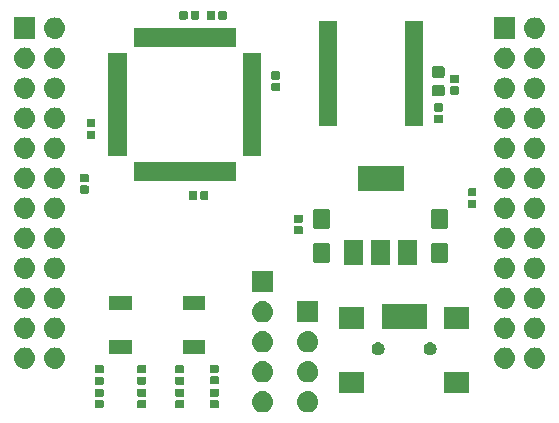
<source format=gbr>
G04 #@! TF.GenerationSoftware,KiCad,Pcbnew,(5.1.0)-1*
G04 #@! TF.CreationDate,2020-09-16T11:17:04+02:00*
G04 #@! TF.ProjectId,Nand Lite,4e616e64-204c-4697-9465-2e6b69636164,rev?*
G04 #@! TF.SameCoordinates,Original*
G04 #@! TF.FileFunction,Soldermask,Top*
G04 #@! TF.FilePolarity,Negative*
%FSLAX46Y46*%
G04 Gerber Fmt 4.6, Leading zero omitted, Abs format (unit mm)*
G04 Created by KiCad (PCBNEW (5.1.0)-1) date 2020-09-16 11:17:04*
%MOMM*%
%LPD*%
G04 APERTURE LIST*
%ADD10C,0.100000*%
G04 APERTURE END LIST*
D10*
G36*
X43072042Y-80738618D02*
G01*
X43138227Y-80745137D01*
X43308066Y-80796657D01*
X43464591Y-80880322D01*
X43477358Y-80890800D01*
X43601786Y-80992914D01*
X43685048Y-81094371D01*
X43714378Y-81130109D01*
X43798043Y-81286634D01*
X43849563Y-81456473D01*
X43866959Y-81633100D01*
X43849563Y-81809727D01*
X43798043Y-81979566D01*
X43714378Y-82136091D01*
X43710962Y-82140253D01*
X43601786Y-82273286D01*
X43500329Y-82356548D01*
X43464591Y-82385878D01*
X43308066Y-82469543D01*
X43138227Y-82521063D01*
X43072042Y-82527582D01*
X43005860Y-82534100D01*
X42917340Y-82534100D01*
X42851158Y-82527582D01*
X42784973Y-82521063D01*
X42615134Y-82469543D01*
X42458609Y-82385878D01*
X42422871Y-82356548D01*
X42321414Y-82273286D01*
X42212238Y-82140253D01*
X42208822Y-82136091D01*
X42125157Y-81979566D01*
X42073637Y-81809727D01*
X42056241Y-81633100D01*
X42073637Y-81456473D01*
X42125157Y-81286634D01*
X42208822Y-81130109D01*
X42238152Y-81094371D01*
X42321414Y-80992914D01*
X42445842Y-80890800D01*
X42458609Y-80880322D01*
X42615134Y-80796657D01*
X42784973Y-80745137D01*
X42851158Y-80738618D01*
X42917340Y-80732100D01*
X43005860Y-80732100D01*
X43072042Y-80738618D01*
X43072042Y-80738618D01*
G37*
G36*
X39242540Y-80732100D02*
G01*
X39323127Y-80740037D01*
X39492966Y-80791557D01*
X39649491Y-80875222D01*
X39685229Y-80904552D01*
X39786686Y-80987814D01*
X39862710Y-81080451D01*
X39899278Y-81125009D01*
X39982943Y-81281534D01*
X40034463Y-81451373D01*
X40051859Y-81628000D01*
X40034463Y-81804627D01*
X39982943Y-81974466D01*
X39899278Y-82130991D01*
X39878008Y-82156908D01*
X39786686Y-82268186D01*
X39685229Y-82351448D01*
X39649491Y-82380778D01*
X39492966Y-82464443D01*
X39323127Y-82515963D01*
X39271345Y-82521063D01*
X39190760Y-82529000D01*
X39102240Y-82529000D01*
X39021655Y-82521063D01*
X38969873Y-82515963D01*
X38800034Y-82464443D01*
X38643509Y-82380778D01*
X38607771Y-82351448D01*
X38506314Y-82268186D01*
X38414992Y-82156908D01*
X38393722Y-82130991D01*
X38310057Y-81974466D01*
X38258537Y-81804627D01*
X38241141Y-81628000D01*
X38258537Y-81451373D01*
X38310057Y-81281534D01*
X38393722Y-81125009D01*
X38430290Y-81080451D01*
X38506314Y-80987814D01*
X38607771Y-80904552D01*
X38643509Y-80875222D01*
X38800034Y-80791557D01*
X38969873Y-80740037D01*
X39050460Y-80732100D01*
X39102240Y-80727000D01*
X39190760Y-80727000D01*
X39242540Y-80732100D01*
X39242540Y-80732100D01*
G37*
G36*
X35339038Y-81500416D02*
G01*
X35359657Y-81506671D01*
X35378653Y-81516824D01*
X35395308Y-81530492D01*
X35408976Y-81547147D01*
X35419129Y-81566143D01*
X35425384Y-81586762D01*
X35428100Y-81614340D01*
X35428100Y-82073060D01*
X35425384Y-82100638D01*
X35419129Y-82121257D01*
X35408976Y-82140253D01*
X35395308Y-82156908D01*
X35378653Y-82170576D01*
X35359657Y-82180729D01*
X35339038Y-82186984D01*
X35311460Y-82189700D01*
X34802740Y-82189700D01*
X34775162Y-82186984D01*
X34754543Y-82180729D01*
X34735547Y-82170576D01*
X34718892Y-82156908D01*
X34705224Y-82140253D01*
X34695071Y-82121257D01*
X34688816Y-82100638D01*
X34686100Y-82073060D01*
X34686100Y-81614340D01*
X34688816Y-81586762D01*
X34695071Y-81566143D01*
X34705224Y-81547147D01*
X34718892Y-81530492D01*
X34735547Y-81516824D01*
X34754543Y-81506671D01*
X34775162Y-81500416D01*
X34802740Y-81497700D01*
X35311460Y-81497700D01*
X35339038Y-81500416D01*
X35339038Y-81500416D01*
G37*
G36*
X32407838Y-81500416D02*
G01*
X32428457Y-81506671D01*
X32447453Y-81516824D01*
X32464108Y-81530492D01*
X32477776Y-81547147D01*
X32487929Y-81566143D01*
X32494184Y-81586762D01*
X32496900Y-81614340D01*
X32496900Y-82073060D01*
X32494184Y-82100638D01*
X32487929Y-82121257D01*
X32477776Y-82140253D01*
X32464108Y-82156908D01*
X32447453Y-82170576D01*
X32428457Y-82180729D01*
X32407838Y-82186984D01*
X32380260Y-82189700D01*
X31871540Y-82189700D01*
X31843962Y-82186984D01*
X31823343Y-82180729D01*
X31804347Y-82170576D01*
X31787692Y-82156908D01*
X31774024Y-82140253D01*
X31763871Y-82121257D01*
X31757616Y-82100638D01*
X31754900Y-82073060D01*
X31754900Y-81614340D01*
X31757616Y-81586762D01*
X31763871Y-81566143D01*
X31774024Y-81547147D01*
X31787692Y-81530492D01*
X31804347Y-81516824D01*
X31823343Y-81506671D01*
X31843962Y-81500416D01*
X31871540Y-81497700D01*
X32380260Y-81497700D01*
X32407838Y-81500416D01*
X32407838Y-81500416D01*
G37*
G36*
X29189638Y-81500416D02*
G01*
X29210257Y-81506671D01*
X29229253Y-81516824D01*
X29245908Y-81530492D01*
X29259576Y-81547147D01*
X29269729Y-81566143D01*
X29275984Y-81586762D01*
X29278700Y-81614340D01*
X29278700Y-82073060D01*
X29275984Y-82100638D01*
X29269729Y-82121257D01*
X29259576Y-82140253D01*
X29245908Y-82156908D01*
X29229253Y-82170576D01*
X29210257Y-82180729D01*
X29189638Y-82186984D01*
X29162060Y-82189700D01*
X28653340Y-82189700D01*
X28625762Y-82186984D01*
X28605143Y-82180729D01*
X28586147Y-82170576D01*
X28569492Y-82156908D01*
X28555824Y-82140253D01*
X28545671Y-82121257D01*
X28539416Y-82100638D01*
X28536700Y-82073060D01*
X28536700Y-81614340D01*
X28539416Y-81586762D01*
X28545671Y-81566143D01*
X28555824Y-81547147D01*
X28569492Y-81530492D01*
X28586147Y-81516824D01*
X28605143Y-81506671D01*
X28625762Y-81500416D01*
X28653340Y-81497700D01*
X29162060Y-81497700D01*
X29189638Y-81500416D01*
X29189638Y-81500416D01*
G37*
G36*
X25593038Y-81500416D02*
G01*
X25613657Y-81506671D01*
X25632653Y-81516824D01*
X25649308Y-81530492D01*
X25662976Y-81547147D01*
X25673129Y-81566143D01*
X25679384Y-81586762D01*
X25682100Y-81614340D01*
X25682100Y-82073060D01*
X25679384Y-82100638D01*
X25673129Y-82121257D01*
X25662976Y-82140253D01*
X25649308Y-82156908D01*
X25632653Y-82170576D01*
X25613657Y-82180729D01*
X25593038Y-82186984D01*
X25565460Y-82189700D01*
X25056740Y-82189700D01*
X25029162Y-82186984D01*
X25008543Y-82180729D01*
X24989547Y-82170576D01*
X24972892Y-82156908D01*
X24959224Y-82140253D01*
X24949071Y-82121257D01*
X24942816Y-82100638D01*
X24940100Y-82073060D01*
X24940100Y-81614340D01*
X24942816Y-81586762D01*
X24949071Y-81566143D01*
X24959224Y-81547147D01*
X24972892Y-81530492D01*
X24989547Y-81516824D01*
X25008543Y-81506671D01*
X25029162Y-81500416D01*
X25056740Y-81497700D01*
X25565460Y-81497700D01*
X25593038Y-81500416D01*
X25593038Y-81500416D01*
G37*
G36*
X35339038Y-80530416D02*
G01*
X35359657Y-80536671D01*
X35378653Y-80546824D01*
X35395308Y-80560492D01*
X35408976Y-80577147D01*
X35419129Y-80596143D01*
X35425384Y-80616762D01*
X35428100Y-80644340D01*
X35428100Y-81103060D01*
X35425384Y-81130638D01*
X35419129Y-81151257D01*
X35408976Y-81170253D01*
X35395308Y-81186908D01*
X35378653Y-81200576D01*
X35359657Y-81210729D01*
X35339038Y-81216984D01*
X35311460Y-81219700D01*
X34802740Y-81219700D01*
X34775162Y-81216984D01*
X34754543Y-81210729D01*
X34735547Y-81200576D01*
X34718892Y-81186908D01*
X34705224Y-81170253D01*
X34695071Y-81151257D01*
X34688816Y-81130638D01*
X34686100Y-81103060D01*
X34686100Y-80644340D01*
X34688816Y-80616762D01*
X34695071Y-80596143D01*
X34705224Y-80577147D01*
X34718892Y-80560492D01*
X34735547Y-80546824D01*
X34754543Y-80536671D01*
X34775162Y-80530416D01*
X34802740Y-80527700D01*
X35311460Y-80527700D01*
X35339038Y-80530416D01*
X35339038Y-80530416D01*
G37*
G36*
X25593038Y-80530416D02*
G01*
X25613657Y-80536671D01*
X25632653Y-80546824D01*
X25649308Y-80560492D01*
X25662976Y-80577147D01*
X25673129Y-80596143D01*
X25679384Y-80616762D01*
X25682100Y-80644340D01*
X25682100Y-81103060D01*
X25679384Y-81130638D01*
X25673129Y-81151257D01*
X25662976Y-81170253D01*
X25649308Y-81186908D01*
X25632653Y-81200576D01*
X25613657Y-81210729D01*
X25593038Y-81216984D01*
X25565460Y-81219700D01*
X25056740Y-81219700D01*
X25029162Y-81216984D01*
X25008543Y-81210729D01*
X24989547Y-81200576D01*
X24972892Y-81186908D01*
X24959224Y-81170253D01*
X24949071Y-81151257D01*
X24942816Y-81130638D01*
X24940100Y-81103060D01*
X24940100Y-80644340D01*
X24942816Y-80616762D01*
X24949071Y-80596143D01*
X24959224Y-80577147D01*
X24972892Y-80560492D01*
X24989547Y-80546824D01*
X25008543Y-80536671D01*
X25029162Y-80530416D01*
X25056740Y-80527700D01*
X25565460Y-80527700D01*
X25593038Y-80530416D01*
X25593038Y-80530416D01*
G37*
G36*
X32407838Y-80530416D02*
G01*
X32428457Y-80536671D01*
X32447453Y-80546824D01*
X32464108Y-80560492D01*
X32477776Y-80577147D01*
X32487929Y-80596143D01*
X32494184Y-80616762D01*
X32496900Y-80644340D01*
X32496900Y-81103060D01*
X32494184Y-81130638D01*
X32487929Y-81151257D01*
X32477776Y-81170253D01*
X32464108Y-81186908D01*
X32447453Y-81200576D01*
X32428457Y-81210729D01*
X32407838Y-81216984D01*
X32380260Y-81219700D01*
X31871540Y-81219700D01*
X31843962Y-81216984D01*
X31823343Y-81210729D01*
X31804347Y-81200576D01*
X31787692Y-81186908D01*
X31774024Y-81170253D01*
X31763871Y-81151257D01*
X31757616Y-81130638D01*
X31754900Y-81103060D01*
X31754900Y-80644340D01*
X31757616Y-80616762D01*
X31763871Y-80596143D01*
X31774024Y-80577147D01*
X31787692Y-80560492D01*
X31804347Y-80546824D01*
X31823343Y-80536671D01*
X31843962Y-80530416D01*
X31871540Y-80527700D01*
X32380260Y-80527700D01*
X32407838Y-80530416D01*
X32407838Y-80530416D01*
G37*
G36*
X29189638Y-80530416D02*
G01*
X29210257Y-80536671D01*
X29229253Y-80546824D01*
X29245908Y-80560492D01*
X29259576Y-80577147D01*
X29269729Y-80596143D01*
X29275984Y-80616762D01*
X29278700Y-80644340D01*
X29278700Y-81103060D01*
X29275984Y-81130638D01*
X29269729Y-81151257D01*
X29259576Y-81170253D01*
X29245908Y-81186908D01*
X29229253Y-81200576D01*
X29210257Y-81210729D01*
X29189638Y-81216984D01*
X29162060Y-81219700D01*
X28653340Y-81219700D01*
X28625762Y-81216984D01*
X28605143Y-81210729D01*
X28586147Y-81200576D01*
X28569492Y-81186908D01*
X28555824Y-81170253D01*
X28545671Y-81151257D01*
X28539416Y-81130638D01*
X28536700Y-81103060D01*
X28536700Y-80644340D01*
X28539416Y-80616762D01*
X28545671Y-80596143D01*
X28555824Y-80577147D01*
X28569492Y-80560492D01*
X28586147Y-80546824D01*
X28605143Y-80536671D01*
X28625762Y-80530416D01*
X28653340Y-80527700D01*
X29162060Y-80527700D01*
X29189638Y-80530416D01*
X29189638Y-80530416D01*
G37*
G36*
X56633700Y-80890800D02*
G01*
X54531700Y-80890800D01*
X54531700Y-79088800D01*
X56633700Y-79088800D01*
X56633700Y-80890800D01*
X56633700Y-80890800D01*
G37*
G36*
X47733700Y-80890800D02*
G01*
X45631700Y-80890800D01*
X45631700Y-79088800D01*
X47733700Y-79088800D01*
X47733700Y-80890800D01*
X47733700Y-80890800D01*
G37*
G36*
X25595538Y-79519216D02*
G01*
X25616157Y-79525471D01*
X25635153Y-79535624D01*
X25651808Y-79549292D01*
X25665476Y-79565947D01*
X25675629Y-79584943D01*
X25681884Y-79605562D01*
X25684600Y-79633140D01*
X25684600Y-80091860D01*
X25681884Y-80119438D01*
X25675629Y-80140057D01*
X25665476Y-80159053D01*
X25651808Y-80175708D01*
X25635153Y-80189376D01*
X25616157Y-80199529D01*
X25595538Y-80205784D01*
X25567960Y-80208500D01*
X25059240Y-80208500D01*
X25031662Y-80205784D01*
X25011043Y-80199529D01*
X24992047Y-80189376D01*
X24975392Y-80175708D01*
X24961724Y-80159053D01*
X24951571Y-80140057D01*
X24945316Y-80119438D01*
X24942600Y-80091860D01*
X24942600Y-79633140D01*
X24945316Y-79605562D01*
X24951571Y-79584943D01*
X24961724Y-79565947D01*
X24975392Y-79549292D01*
X24992047Y-79535624D01*
X25011043Y-79525471D01*
X25031662Y-79519216D01*
X25059240Y-79516500D01*
X25567960Y-79516500D01*
X25595538Y-79519216D01*
X25595538Y-79519216D01*
G37*
G36*
X32397738Y-79509116D02*
G01*
X32418357Y-79515371D01*
X32437353Y-79525524D01*
X32454008Y-79539192D01*
X32467676Y-79555847D01*
X32477829Y-79574843D01*
X32484084Y-79595462D01*
X32486800Y-79623040D01*
X32486800Y-80081760D01*
X32484084Y-80109338D01*
X32477829Y-80129957D01*
X32467676Y-80148953D01*
X32454008Y-80165608D01*
X32437353Y-80179276D01*
X32418357Y-80189429D01*
X32397738Y-80195684D01*
X32370160Y-80198400D01*
X31861440Y-80198400D01*
X31833862Y-80195684D01*
X31813243Y-80189429D01*
X31794247Y-80179276D01*
X31777592Y-80165608D01*
X31763924Y-80148953D01*
X31753771Y-80129957D01*
X31747516Y-80109338D01*
X31744800Y-80081760D01*
X31744800Y-79623040D01*
X31747516Y-79595462D01*
X31753771Y-79574843D01*
X31763924Y-79555847D01*
X31777592Y-79539192D01*
X31794247Y-79525524D01*
X31813243Y-79515371D01*
X31833862Y-79509116D01*
X31861440Y-79506400D01*
X32370160Y-79506400D01*
X32397738Y-79509116D01*
X32397738Y-79509116D01*
G37*
G36*
X29189638Y-79506516D02*
G01*
X29210257Y-79512771D01*
X29229253Y-79522924D01*
X29245908Y-79536592D01*
X29259576Y-79553247D01*
X29269729Y-79572243D01*
X29275984Y-79592862D01*
X29278700Y-79620440D01*
X29278700Y-80079160D01*
X29275984Y-80106738D01*
X29269729Y-80127357D01*
X29259576Y-80146353D01*
X29245908Y-80163008D01*
X29229253Y-80176676D01*
X29210257Y-80186829D01*
X29189638Y-80193084D01*
X29162060Y-80195800D01*
X28653340Y-80195800D01*
X28625762Y-80193084D01*
X28605143Y-80186829D01*
X28586147Y-80176676D01*
X28569492Y-80163008D01*
X28555824Y-80146353D01*
X28545671Y-80127357D01*
X28539416Y-80106738D01*
X28536700Y-80079160D01*
X28536700Y-79620440D01*
X28539416Y-79592862D01*
X28545671Y-79572243D01*
X28555824Y-79553247D01*
X28569492Y-79536592D01*
X28586147Y-79522924D01*
X28605143Y-79512771D01*
X28625762Y-79506516D01*
X28653340Y-79503800D01*
X29162060Y-79503800D01*
X29189638Y-79506516D01*
X29189638Y-79506516D01*
G37*
G36*
X35344138Y-79476116D02*
G01*
X35364757Y-79482371D01*
X35383753Y-79492524D01*
X35400408Y-79506192D01*
X35414076Y-79522847D01*
X35424229Y-79541843D01*
X35430484Y-79562462D01*
X35433200Y-79590040D01*
X35433200Y-80048760D01*
X35430484Y-80076338D01*
X35424229Y-80096957D01*
X35414076Y-80115953D01*
X35400408Y-80132608D01*
X35383753Y-80146276D01*
X35364757Y-80156429D01*
X35344138Y-80162684D01*
X35316560Y-80165400D01*
X34807840Y-80165400D01*
X34780262Y-80162684D01*
X34759643Y-80156429D01*
X34740647Y-80146276D01*
X34723992Y-80132608D01*
X34710324Y-80115953D01*
X34700171Y-80096957D01*
X34693916Y-80076338D01*
X34691200Y-80048760D01*
X34691200Y-79590040D01*
X34693916Y-79562462D01*
X34700171Y-79541843D01*
X34710324Y-79522847D01*
X34723992Y-79506192D01*
X34740647Y-79492524D01*
X34759643Y-79482371D01*
X34780262Y-79476116D01*
X34807840Y-79473400D01*
X35316560Y-79473400D01*
X35344138Y-79476116D01*
X35344138Y-79476116D01*
G37*
G36*
X43072042Y-78198618D02*
G01*
X43138227Y-78205137D01*
X43308066Y-78256657D01*
X43464591Y-78340322D01*
X43500329Y-78369652D01*
X43601786Y-78452914D01*
X43681317Y-78549824D01*
X43714378Y-78590109D01*
X43725115Y-78610196D01*
X43783540Y-78719500D01*
X43798043Y-78746634D01*
X43849563Y-78916473D01*
X43866959Y-79093100D01*
X43849563Y-79269727D01*
X43799590Y-79434466D01*
X43798042Y-79439568D01*
X43775163Y-79482371D01*
X43714378Y-79596091D01*
X43706605Y-79605562D01*
X43601786Y-79733286D01*
X43500329Y-79816548D01*
X43464591Y-79845878D01*
X43308066Y-79929543D01*
X43138227Y-79981063D01*
X43072043Y-79987581D01*
X43005860Y-79994100D01*
X42917340Y-79994100D01*
X42851157Y-79987581D01*
X42784973Y-79981063D01*
X42615134Y-79929543D01*
X42458609Y-79845878D01*
X42422871Y-79816548D01*
X42321414Y-79733286D01*
X42216595Y-79605562D01*
X42208822Y-79596091D01*
X42148037Y-79482371D01*
X42125158Y-79439568D01*
X42123610Y-79434466D01*
X42073637Y-79269727D01*
X42056241Y-79093100D01*
X42073637Y-78916473D01*
X42125157Y-78746634D01*
X42139661Y-78719500D01*
X42198085Y-78610196D01*
X42208822Y-78590109D01*
X42241883Y-78549824D01*
X42321414Y-78452914D01*
X42422871Y-78369652D01*
X42458609Y-78340322D01*
X42615134Y-78256657D01*
X42784973Y-78205137D01*
X42851158Y-78198618D01*
X42917340Y-78192100D01*
X43005860Y-78192100D01*
X43072042Y-78198618D01*
X43072042Y-78198618D01*
G37*
G36*
X39242540Y-78192100D02*
G01*
X39323127Y-78200037D01*
X39492966Y-78251557D01*
X39649491Y-78335222D01*
X39655705Y-78340322D01*
X39786686Y-78447814D01*
X39862113Y-78539724D01*
X39899278Y-78585009D01*
X39905779Y-78597171D01*
X39971166Y-78719500D01*
X39982943Y-78741534D01*
X40034463Y-78911373D01*
X40051859Y-79088000D01*
X40034463Y-79264627D01*
X39982943Y-79434466D01*
X39899278Y-79590991D01*
X39875110Y-79620440D01*
X39786686Y-79728186D01*
X39685229Y-79811448D01*
X39649491Y-79840778D01*
X39492966Y-79924443D01*
X39323127Y-79975963D01*
X39271345Y-79981063D01*
X39190760Y-79989000D01*
X39102240Y-79989000D01*
X39021655Y-79981063D01*
X38969873Y-79975963D01*
X38800034Y-79924443D01*
X38643509Y-79840778D01*
X38607771Y-79811448D01*
X38506314Y-79728186D01*
X38417890Y-79620440D01*
X38393722Y-79590991D01*
X38310057Y-79434466D01*
X38258537Y-79264627D01*
X38241141Y-79088000D01*
X38258537Y-78911373D01*
X38310057Y-78741534D01*
X38321835Y-78719500D01*
X38387221Y-78597171D01*
X38393722Y-78585009D01*
X38430887Y-78539724D01*
X38506314Y-78447814D01*
X38637295Y-78340322D01*
X38643509Y-78335222D01*
X38800034Y-78251557D01*
X38969873Y-78200037D01*
X39050460Y-78192100D01*
X39102240Y-78187000D01*
X39190760Y-78187000D01*
X39242540Y-78192100D01*
X39242540Y-78192100D01*
G37*
G36*
X25595538Y-78549216D02*
G01*
X25616157Y-78555471D01*
X25635153Y-78565624D01*
X25651808Y-78579292D01*
X25665476Y-78595947D01*
X25675629Y-78614943D01*
X25681884Y-78635562D01*
X25684600Y-78663140D01*
X25684600Y-79121860D01*
X25681884Y-79149438D01*
X25675629Y-79170057D01*
X25665476Y-79189053D01*
X25651808Y-79205708D01*
X25635153Y-79219376D01*
X25616157Y-79229529D01*
X25595538Y-79235784D01*
X25567960Y-79238500D01*
X25059240Y-79238500D01*
X25031662Y-79235784D01*
X25011043Y-79229529D01*
X24992047Y-79219376D01*
X24975392Y-79205708D01*
X24961724Y-79189053D01*
X24951571Y-79170057D01*
X24945316Y-79149438D01*
X24942600Y-79121860D01*
X24942600Y-78663140D01*
X24945316Y-78635562D01*
X24951571Y-78614943D01*
X24961724Y-78595947D01*
X24975392Y-78579292D01*
X24992047Y-78565624D01*
X25011043Y-78555471D01*
X25031662Y-78549216D01*
X25059240Y-78546500D01*
X25567960Y-78546500D01*
X25595538Y-78549216D01*
X25595538Y-78549216D01*
G37*
G36*
X32397738Y-78539116D02*
G01*
X32418357Y-78545371D01*
X32437353Y-78555524D01*
X32454008Y-78569192D01*
X32467676Y-78585847D01*
X32477829Y-78604843D01*
X32484084Y-78625462D01*
X32486800Y-78653040D01*
X32486800Y-79111760D01*
X32484084Y-79139338D01*
X32477829Y-79159957D01*
X32467676Y-79178953D01*
X32454008Y-79195608D01*
X32437353Y-79209276D01*
X32418357Y-79219429D01*
X32397738Y-79225684D01*
X32370160Y-79228400D01*
X31861440Y-79228400D01*
X31833862Y-79225684D01*
X31813243Y-79219429D01*
X31794247Y-79209276D01*
X31777592Y-79195608D01*
X31763924Y-79178953D01*
X31753771Y-79159957D01*
X31747516Y-79139338D01*
X31744800Y-79111760D01*
X31744800Y-78653040D01*
X31747516Y-78625462D01*
X31753771Y-78604843D01*
X31763924Y-78585847D01*
X31777592Y-78569192D01*
X31794247Y-78555524D01*
X31813243Y-78545371D01*
X31833862Y-78539116D01*
X31861440Y-78536400D01*
X32370160Y-78536400D01*
X32397738Y-78539116D01*
X32397738Y-78539116D01*
G37*
G36*
X29189638Y-78536516D02*
G01*
X29210257Y-78542771D01*
X29229253Y-78552924D01*
X29245908Y-78566592D01*
X29259576Y-78583247D01*
X29269729Y-78602243D01*
X29275984Y-78622862D01*
X29278700Y-78650440D01*
X29278700Y-79109160D01*
X29275984Y-79136738D01*
X29269729Y-79157357D01*
X29259576Y-79176353D01*
X29245908Y-79193008D01*
X29229253Y-79206676D01*
X29210257Y-79216829D01*
X29189638Y-79223084D01*
X29162060Y-79225800D01*
X28653340Y-79225800D01*
X28625762Y-79223084D01*
X28605143Y-79216829D01*
X28586147Y-79206676D01*
X28569492Y-79193008D01*
X28555824Y-79176353D01*
X28545671Y-79157357D01*
X28539416Y-79136738D01*
X28536700Y-79109160D01*
X28536700Y-78650440D01*
X28539416Y-78622862D01*
X28545671Y-78602243D01*
X28555824Y-78583247D01*
X28569492Y-78566592D01*
X28586147Y-78552924D01*
X28605143Y-78542771D01*
X28625762Y-78536516D01*
X28653340Y-78533800D01*
X29162060Y-78533800D01*
X29189638Y-78536516D01*
X29189638Y-78536516D01*
G37*
G36*
X35344138Y-78506116D02*
G01*
X35364757Y-78512371D01*
X35383753Y-78522524D01*
X35400408Y-78536192D01*
X35414076Y-78552847D01*
X35424229Y-78571843D01*
X35430484Y-78592462D01*
X35433200Y-78620040D01*
X35433200Y-79078760D01*
X35430484Y-79106338D01*
X35424229Y-79126957D01*
X35414076Y-79145953D01*
X35400408Y-79162608D01*
X35383753Y-79176276D01*
X35364757Y-79186429D01*
X35344138Y-79192684D01*
X35316560Y-79195400D01*
X34807840Y-79195400D01*
X34780262Y-79192684D01*
X34759643Y-79186429D01*
X34740647Y-79176276D01*
X34723992Y-79162608D01*
X34710324Y-79145953D01*
X34700171Y-79126957D01*
X34693916Y-79106338D01*
X34691200Y-79078760D01*
X34691200Y-78620040D01*
X34693916Y-78592462D01*
X34700171Y-78571843D01*
X34710324Y-78552847D01*
X34723992Y-78536192D01*
X34740647Y-78522524D01*
X34759643Y-78512371D01*
X34780262Y-78506116D01*
X34807840Y-78503400D01*
X35316560Y-78503400D01*
X35344138Y-78506116D01*
X35344138Y-78506116D01*
G37*
G36*
X59750442Y-77045518D02*
G01*
X59816627Y-77052037D01*
X59986466Y-77103557D01*
X60142991Y-77187222D01*
X60151335Y-77194070D01*
X60280186Y-77299814D01*
X60363058Y-77400795D01*
X60392778Y-77437009D01*
X60476443Y-77593534D01*
X60527963Y-77763373D01*
X60545359Y-77940000D01*
X60527963Y-78116627D01*
X60476443Y-78286466D01*
X60392778Y-78442991D01*
X60363448Y-78478729D01*
X60280186Y-78580186D01*
X60194580Y-78650440D01*
X60142991Y-78692778D01*
X59986466Y-78776443D01*
X59816627Y-78827963D01*
X59750443Y-78834481D01*
X59684260Y-78841000D01*
X59595740Y-78841000D01*
X59529557Y-78834481D01*
X59463373Y-78827963D01*
X59293534Y-78776443D01*
X59137009Y-78692778D01*
X59085420Y-78650440D01*
X58999814Y-78580186D01*
X58916552Y-78478729D01*
X58887222Y-78442991D01*
X58803557Y-78286466D01*
X58752037Y-78116627D01*
X58734641Y-77940000D01*
X58752037Y-77763373D01*
X58803557Y-77593534D01*
X58887222Y-77437009D01*
X58916942Y-77400795D01*
X58999814Y-77299814D01*
X59128665Y-77194070D01*
X59137009Y-77187222D01*
X59293534Y-77103557D01*
X59463373Y-77052037D01*
X59529558Y-77045518D01*
X59595740Y-77039000D01*
X59684260Y-77039000D01*
X59750442Y-77045518D01*
X59750442Y-77045518D01*
G37*
G36*
X62290442Y-77045518D02*
G01*
X62356627Y-77052037D01*
X62526466Y-77103557D01*
X62682991Y-77187222D01*
X62691335Y-77194070D01*
X62820186Y-77299814D01*
X62903058Y-77400795D01*
X62932778Y-77437009D01*
X63016443Y-77593534D01*
X63067963Y-77763373D01*
X63085359Y-77940000D01*
X63067963Y-78116627D01*
X63016443Y-78286466D01*
X62932778Y-78442991D01*
X62903448Y-78478729D01*
X62820186Y-78580186D01*
X62734580Y-78650440D01*
X62682991Y-78692778D01*
X62526466Y-78776443D01*
X62356627Y-78827963D01*
X62290443Y-78834481D01*
X62224260Y-78841000D01*
X62135740Y-78841000D01*
X62069557Y-78834481D01*
X62003373Y-78827963D01*
X61833534Y-78776443D01*
X61677009Y-78692778D01*
X61625420Y-78650440D01*
X61539814Y-78580186D01*
X61456552Y-78478729D01*
X61427222Y-78442991D01*
X61343557Y-78286466D01*
X61292037Y-78116627D01*
X61274641Y-77940000D01*
X61292037Y-77763373D01*
X61343557Y-77593534D01*
X61427222Y-77437009D01*
X61456942Y-77400795D01*
X61539814Y-77299814D01*
X61668665Y-77194070D01*
X61677009Y-77187222D01*
X61833534Y-77103557D01*
X62003373Y-77052037D01*
X62069558Y-77045518D01*
X62135740Y-77039000D01*
X62224260Y-77039000D01*
X62290442Y-77045518D01*
X62290442Y-77045518D01*
G37*
G36*
X21650442Y-77045518D02*
G01*
X21716627Y-77052037D01*
X21886466Y-77103557D01*
X22042991Y-77187222D01*
X22051335Y-77194070D01*
X22180186Y-77299814D01*
X22263058Y-77400795D01*
X22292778Y-77437009D01*
X22376443Y-77593534D01*
X22427963Y-77763373D01*
X22445359Y-77940000D01*
X22427963Y-78116627D01*
X22376443Y-78286466D01*
X22292778Y-78442991D01*
X22263448Y-78478729D01*
X22180186Y-78580186D01*
X22094580Y-78650440D01*
X22042991Y-78692778D01*
X21886466Y-78776443D01*
X21716627Y-78827963D01*
X21650443Y-78834481D01*
X21584260Y-78841000D01*
X21495740Y-78841000D01*
X21429557Y-78834481D01*
X21363373Y-78827963D01*
X21193534Y-78776443D01*
X21037009Y-78692778D01*
X20985420Y-78650440D01*
X20899814Y-78580186D01*
X20816552Y-78478729D01*
X20787222Y-78442991D01*
X20703557Y-78286466D01*
X20652037Y-78116627D01*
X20634641Y-77940000D01*
X20652037Y-77763373D01*
X20703557Y-77593534D01*
X20787222Y-77437009D01*
X20816942Y-77400795D01*
X20899814Y-77299814D01*
X21028665Y-77194070D01*
X21037009Y-77187222D01*
X21193534Y-77103557D01*
X21363373Y-77052037D01*
X21429558Y-77045518D01*
X21495740Y-77039000D01*
X21584260Y-77039000D01*
X21650442Y-77045518D01*
X21650442Y-77045518D01*
G37*
G36*
X19110442Y-77045518D02*
G01*
X19176627Y-77052037D01*
X19346466Y-77103557D01*
X19502991Y-77187222D01*
X19511335Y-77194070D01*
X19640186Y-77299814D01*
X19723058Y-77400795D01*
X19752778Y-77437009D01*
X19836443Y-77593534D01*
X19887963Y-77763373D01*
X19905359Y-77940000D01*
X19887963Y-78116627D01*
X19836443Y-78286466D01*
X19752778Y-78442991D01*
X19723448Y-78478729D01*
X19640186Y-78580186D01*
X19554580Y-78650440D01*
X19502991Y-78692778D01*
X19346466Y-78776443D01*
X19176627Y-78827963D01*
X19110443Y-78834481D01*
X19044260Y-78841000D01*
X18955740Y-78841000D01*
X18889557Y-78834481D01*
X18823373Y-78827963D01*
X18653534Y-78776443D01*
X18497009Y-78692778D01*
X18445420Y-78650440D01*
X18359814Y-78580186D01*
X18276552Y-78478729D01*
X18247222Y-78442991D01*
X18163557Y-78286466D01*
X18112037Y-78116627D01*
X18094641Y-77940000D01*
X18112037Y-77763373D01*
X18163557Y-77593534D01*
X18247222Y-77437009D01*
X18276942Y-77400795D01*
X18359814Y-77299814D01*
X18488665Y-77194070D01*
X18497009Y-77187222D01*
X18653534Y-77103557D01*
X18823373Y-77052037D01*
X18889558Y-77045518D01*
X18955740Y-77039000D01*
X19044260Y-77039000D01*
X19110442Y-77045518D01*
X19110442Y-77045518D01*
G37*
G36*
X49093421Y-76609974D02*
G01*
X49193695Y-76651509D01*
X49193696Y-76651510D01*
X49283942Y-76711810D01*
X49360690Y-76788558D01*
X49360691Y-76788560D01*
X49420991Y-76878805D01*
X49462526Y-76979079D01*
X49483700Y-77085530D01*
X49483700Y-77194070D01*
X49462526Y-77300521D01*
X49420991Y-77400795D01*
X49420990Y-77400796D01*
X49360690Y-77491042D01*
X49283942Y-77567790D01*
X49245416Y-77593532D01*
X49193695Y-77628091D01*
X49093421Y-77669626D01*
X48986970Y-77690800D01*
X48878430Y-77690800D01*
X48771979Y-77669626D01*
X48671705Y-77628091D01*
X48619984Y-77593532D01*
X48581458Y-77567790D01*
X48504710Y-77491042D01*
X48444410Y-77400796D01*
X48444409Y-77400795D01*
X48402874Y-77300521D01*
X48381700Y-77194070D01*
X48381700Y-77085530D01*
X48402874Y-76979079D01*
X48444409Y-76878805D01*
X48504709Y-76788560D01*
X48504710Y-76788558D01*
X48581458Y-76711810D01*
X48671704Y-76651510D01*
X48671705Y-76651509D01*
X48771979Y-76609974D01*
X48878430Y-76588800D01*
X48986970Y-76588800D01*
X49093421Y-76609974D01*
X49093421Y-76609974D01*
G37*
G36*
X53493421Y-76609974D02*
G01*
X53593695Y-76651509D01*
X53593696Y-76651510D01*
X53683942Y-76711810D01*
X53760690Y-76788558D01*
X53760691Y-76788560D01*
X53820991Y-76878805D01*
X53862526Y-76979079D01*
X53883700Y-77085530D01*
X53883700Y-77194070D01*
X53862526Y-77300521D01*
X53820991Y-77400795D01*
X53820990Y-77400796D01*
X53760690Y-77491042D01*
X53683942Y-77567790D01*
X53645416Y-77593532D01*
X53593695Y-77628091D01*
X53493421Y-77669626D01*
X53386970Y-77690800D01*
X53278430Y-77690800D01*
X53171979Y-77669626D01*
X53071705Y-77628091D01*
X53019984Y-77593532D01*
X52981458Y-77567790D01*
X52904710Y-77491042D01*
X52844410Y-77400796D01*
X52844409Y-77400795D01*
X52802874Y-77300521D01*
X52781700Y-77194070D01*
X52781700Y-77085530D01*
X52802874Y-76979079D01*
X52844409Y-76878805D01*
X52904709Y-76788560D01*
X52904710Y-76788558D01*
X52981458Y-76711810D01*
X53071704Y-76651510D01*
X53071705Y-76651509D01*
X53171979Y-76609974D01*
X53278430Y-76588800D01*
X53386970Y-76588800D01*
X53493421Y-76609974D01*
X53493421Y-76609974D01*
G37*
G36*
X34279500Y-77584200D02*
G01*
X32377500Y-77584200D01*
X32377500Y-76382200D01*
X34279500Y-76382200D01*
X34279500Y-77584200D01*
X34279500Y-77584200D01*
G37*
G36*
X28079500Y-77584200D02*
G01*
X26177500Y-77584200D01*
X26177500Y-76382200D01*
X28079500Y-76382200D01*
X28079500Y-77584200D01*
X28079500Y-77584200D01*
G37*
G36*
X43072043Y-75658619D02*
G01*
X43138227Y-75665137D01*
X43308066Y-75716657D01*
X43464591Y-75800322D01*
X43500329Y-75829652D01*
X43601786Y-75912914D01*
X43685048Y-76014371D01*
X43714378Y-76050109D01*
X43798043Y-76206634D01*
X43849563Y-76376473D01*
X43866959Y-76553100D01*
X43849563Y-76729727D01*
X43798043Y-76899566D01*
X43714378Y-77056091D01*
X43690218Y-77085530D01*
X43601786Y-77193286D01*
X43500329Y-77276548D01*
X43464591Y-77305878D01*
X43308066Y-77389543D01*
X43138227Y-77441063D01*
X43072042Y-77447582D01*
X43005860Y-77454100D01*
X42917340Y-77454100D01*
X42851158Y-77447582D01*
X42784973Y-77441063D01*
X42615134Y-77389543D01*
X42458609Y-77305878D01*
X42422871Y-77276548D01*
X42321414Y-77193286D01*
X42232982Y-77085530D01*
X42208822Y-77056091D01*
X42125157Y-76899566D01*
X42073637Y-76729727D01*
X42056241Y-76553100D01*
X42073637Y-76376473D01*
X42125157Y-76206634D01*
X42208822Y-76050109D01*
X42238152Y-76014371D01*
X42321414Y-75912914D01*
X42422871Y-75829652D01*
X42458609Y-75800322D01*
X42615134Y-75716657D01*
X42784973Y-75665137D01*
X42851157Y-75658619D01*
X42917340Y-75652100D01*
X43005860Y-75652100D01*
X43072043Y-75658619D01*
X43072043Y-75658619D01*
G37*
G36*
X39242540Y-75652100D02*
G01*
X39323127Y-75660037D01*
X39492966Y-75711557D01*
X39649491Y-75795222D01*
X39655705Y-75800322D01*
X39786686Y-75907814D01*
X39869948Y-76009271D01*
X39899278Y-76045009D01*
X39982943Y-76201534D01*
X40034463Y-76371373D01*
X40051859Y-76548000D01*
X40034463Y-76724627D01*
X39982943Y-76894466D01*
X39899278Y-77050991D01*
X39870932Y-77085530D01*
X39786686Y-77188186D01*
X39685229Y-77271448D01*
X39649491Y-77300778D01*
X39492966Y-77384443D01*
X39323127Y-77435963D01*
X39271345Y-77441063D01*
X39190760Y-77449000D01*
X39102240Y-77449000D01*
X39021655Y-77441063D01*
X38969873Y-77435963D01*
X38800034Y-77384443D01*
X38643509Y-77300778D01*
X38607771Y-77271448D01*
X38506314Y-77188186D01*
X38422068Y-77085530D01*
X38393722Y-77050991D01*
X38310057Y-76894466D01*
X38258537Y-76724627D01*
X38241141Y-76548000D01*
X38258537Y-76371373D01*
X38310057Y-76201534D01*
X38393722Y-76045009D01*
X38423052Y-76009271D01*
X38506314Y-75907814D01*
X38637295Y-75800322D01*
X38643509Y-75795222D01*
X38800034Y-75711557D01*
X38969873Y-75660037D01*
X39050460Y-75652100D01*
X39102240Y-75647000D01*
X39190760Y-75647000D01*
X39242540Y-75652100D01*
X39242540Y-75652100D01*
G37*
G36*
X59750443Y-74505519D02*
G01*
X59816627Y-74512037D01*
X59986466Y-74563557D01*
X60142991Y-74647222D01*
X60178729Y-74676552D01*
X60280186Y-74759814D01*
X60349637Y-74844442D01*
X60392778Y-74897009D01*
X60476443Y-75053534D01*
X60527963Y-75223373D01*
X60545359Y-75400000D01*
X60527963Y-75576627D01*
X60476443Y-75746466D01*
X60392778Y-75902991D01*
X60363448Y-75938729D01*
X60280186Y-76040186D01*
X60178729Y-76123448D01*
X60142991Y-76152778D01*
X59986466Y-76236443D01*
X59816627Y-76287963D01*
X59750442Y-76294482D01*
X59684260Y-76301000D01*
X59595740Y-76301000D01*
X59529558Y-76294482D01*
X59463373Y-76287963D01*
X59293534Y-76236443D01*
X59137009Y-76152778D01*
X59101271Y-76123448D01*
X58999814Y-76040186D01*
X58916552Y-75938729D01*
X58887222Y-75902991D01*
X58803557Y-75746466D01*
X58752037Y-75576627D01*
X58734641Y-75400000D01*
X58752037Y-75223373D01*
X58803557Y-75053534D01*
X58887222Y-74897009D01*
X58930363Y-74844442D01*
X58999814Y-74759814D01*
X59101271Y-74676552D01*
X59137009Y-74647222D01*
X59293534Y-74563557D01*
X59463373Y-74512037D01*
X59529557Y-74505519D01*
X59595740Y-74499000D01*
X59684260Y-74499000D01*
X59750443Y-74505519D01*
X59750443Y-74505519D01*
G37*
G36*
X62290443Y-74505519D02*
G01*
X62356627Y-74512037D01*
X62526466Y-74563557D01*
X62682991Y-74647222D01*
X62718729Y-74676552D01*
X62820186Y-74759814D01*
X62889637Y-74844442D01*
X62932778Y-74897009D01*
X63016443Y-75053534D01*
X63067963Y-75223373D01*
X63085359Y-75400000D01*
X63067963Y-75576627D01*
X63016443Y-75746466D01*
X62932778Y-75902991D01*
X62903448Y-75938729D01*
X62820186Y-76040186D01*
X62718729Y-76123448D01*
X62682991Y-76152778D01*
X62526466Y-76236443D01*
X62356627Y-76287963D01*
X62290442Y-76294482D01*
X62224260Y-76301000D01*
X62135740Y-76301000D01*
X62069558Y-76294482D01*
X62003373Y-76287963D01*
X61833534Y-76236443D01*
X61677009Y-76152778D01*
X61641271Y-76123448D01*
X61539814Y-76040186D01*
X61456552Y-75938729D01*
X61427222Y-75902991D01*
X61343557Y-75746466D01*
X61292037Y-75576627D01*
X61274641Y-75400000D01*
X61292037Y-75223373D01*
X61343557Y-75053534D01*
X61427222Y-74897009D01*
X61470363Y-74844442D01*
X61539814Y-74759814D01*
X61641271Y-74676552D01*
X61677009Y-74647222D01*
X61833534Y-74563557D01*
X62003373Y-74512037D01*
X62069557Y-74505519D01*
X62135740Y-74499000D01*
X62224260Y-74499000D01*
X62290443Y-74505519D01*
X62290443Y-74505519D01*
G37*
G36*
X21650443Y-74505519D02*
G01*
X21716627Y-74512037D01*
X21886466Y-74563557D01*
X22042991Y-74647222D01*
X22078729Y-74676552D01*
X22180186Y-74759814D01*
X22249637Y-74844442D01*
X22292778Y-74897009D01*
X22376443Y-75053534D01*
X22427963Y-75223373D01*
X22445359Y-75400000D01*
X22427963Y-75576627D01*
X22376443Y-75746466D01*
X22292778Y-75902991D01*
X22263448Y-75938729D01*
X22180186Y-76040186D01*
X22078729Y-76123448D01*
X22042991Y-76152778D01*
X21886466Y-76236443D01*
X21716627Y-76287963D01*
X21650442Y-76294482D01*
X21584260Y-76301000D01*
X21495740Y-76301000D01*
X21429558Y-76294482D01*
X21363373Y-76287963D01*
X21193534Y-76236443D01*
X21037009Y-76152778D01*
X21001271Y-76123448D01*
X20899814Y-76040186D01*
X20816552Y-75938729D01*
X20787222Y-75902991D01*
X20703557Y-75746466D01*
X20652037Y-75576627D01*
X20634641Y-75400000D01*
X20652037Y-75223373D01*
X20703557Y-75053534D01*
X20787222Y-74897009D01*
X20830363Y-74844442D01*
X20899814Y-74759814D01*
X21001271Y-74676552D01*
X21037009Y-74647222D01*
X21193534Y-74563557D01*
X21363373Y-74512037D01*
X21429557Y-74505519D01*
X21495740Y-74499000D01*
X21584260Y-74499000D01*
X21650443Y-74505519D01*
X21650443Y-74505519D01*
G37*
G36*
X19110443Y-74505519D02*
G01*
X19176627Y-74512037D01*
X19346466Y-74563557D01*
X19502991Y-74647222D01*
X19538729Y-74676552D01*
X19640186Y-74759814D01*
X19709637Y-74844442D01*
X19752778Y-74897009D01*
X19836443Y-75053534D01*
X19887963Y-75223373D01*
X19905359Y-75400000D01*
X19887963Y-75576627D01*
X19836443Y-75746466D01*
X19752778Y-75902991D01*
X19723448Y-75938729D01*
X19640186Y-76040186D01*
X19538729Y-76123448D01*
X19502991Y-76152778D01*
X19346466Y-76236443D01*
X19176627Y-76287963D01*
X19110442Y-76294482D01*
X19044260Y-76301000D01*
X18955740Y-76301000D01*
X18889558Y-76294482D01*
X18823373Y-76287963D01*
X18653534Y-76236443D01*
X18497009Y-76152778D01*
X18461271Y-76123448D01*
X18359814Y-76040186D01*
X18276552Y-75938729D01*
X18247222Y-75902991D01*
X18163557Y-75746466D01*
X18112037Y-75576627D01*
X18094641Y-75400000D01*
X18112037Y-75223373D01*
X18163557Y-75053534D01*
X18247222Y-74897009D01*
X18290363Y-74844442D01*
X18359814Y-74759814D01*
X18461271Y-74676552D01*
X18497009Y-74647222D01*
X18653534Y-74563557D01*
X18823373Y-74512037D01*
X18889557Y-74505519D01*
X18955740Y-74499000D01*
X19044260Y-74499000D01*
X19110443Y-74505519D01*
X19110443Y-74505519D01*
G37*
G36*
X53033700Y-75490800D02*
G01*
X49231700Y-75490800D01*
X49231700Y-73388800D01*
X53033700Y-73388800D01*
X53033700Y-75490800D01*
X53033700Y-75490800D01*
G37*
G36*
X47733700Y-75440800D02*
G01*
X45631700Y-75440800D01*
X45631700Y-73638800D01*
X47733700Y-73638800D01*
X47733700Y-75440800D01*
X47733700Y-75440800D01*
G37*
G36*
X56633700Y-75440800D02*
G01*
X54531700Y-75440800D01*
X54531700Y-73638800D01*
X56633700Y-73638800D01*
X56633700Y-75440800D01*
X56633700Y-75440800D01*
G37*
G36*
X43862600Y-74914100D02*
G01*
X42060600Y-74914100D01*
X42060600Y-73112100D01*
X43862600Y-73112100D01*
X43862600Y-74914100D01*
X43862600Y-74914100D01*
G37*
G36*
X39242540Y-73112100D02*
G01*
X39323127Y-73120037D01*
X39492966Y-73171557D01*
X39649491Y-73255222D01*
X39685229Y-73284552D01*
X39786686Y-73367814D01*
X39869948Y-73469271D01*
X39899278Y-73505009D01*
X39982943Y-73661534D01*
X40034463Y-73831373D01*
X40051859Y-74008000D01*
X40034463Y-74184627D01*
X39982943Y-74354466D01*
X39899278Y-74510991D01*
X39869948Y-74546729D01*
X39786686Y-74648186D01*
X39685229Y-74731448D01*
X39649491Y-74760778D01*
X39492966Y-74844443D01*
X39323127Y-74895963D01*
X39256943Y-74902481D01*
X39190760Y-74909000D01*
X39102240Y-74909000D01*
X39036057Y-74902481D01*
X38969873Y-74895963D01*
X38800034Y-74844443D01*
X38643509Y-74760778D01*
X38607771Y-74731448D01*
X38506314Y-74648186D01*
X38423052Y-74546729D01*
X38393722Y-74510991D01*
X38310057Y-74354466D01*
X38258537Y-74184627D01*
X38241141Y-74008000D01*
X38258537Y-73831373D01*
X38310057Y-73661534D01*
X38393722Y-73505009D01*
X38423052Y-73469271D01*
X38506314Y-73367814D01*
X38607771Y-73284552D01*
X38643509Y-73255222D01*
X38800034Y-73171557D01*
X38969873Y-73120037D01*
X39050460Y-73112100D01*
X39102240Y-73107000D01*
X39190760Y-73107000D01*
X39242540Y-73112100D01*
X39242540Y-73112100D01*
G37*
G36*
X34279500Y-73884200D02*
G01*
X32377500Y-73884200D01*
X32377500Y-72682200D01*
X34279500Y-72682200D01*
X34279500Y-73884200D01*
X34279500Y-73884200D01*
G37*
G36*
X28079500Y-73884200D02*
G01*
X26177500Y-73884200D01*
X26177500Y-72682200D01*
X28079500Y-72682200D01*
X28079500Y-73884200D01*
X28079500Y-73884200D01*
G37*
G36*
X59750443Y-71965519D02*
G01*
X59816627Y-71972037D01*
X59986466Y-72023557D01*
X60142991Y-72107222D01*
X60178729Y-72136552D01*
X60280186Y-72219814D01*
X60363448Y-72321271D01*
X60392778Y-72357009D01*
X60476443Y-72513534D01*
X60527963Y-72683373D01*
X60545359Y-72860000D01*
X60527963Y-73036627D01*
X60476443Y-73206466D01*
X60392778Y-73362991D01*
X60371597Y-73388800D01*
X60280186Y-73500186D01*
X60178729Y-73583448D01*
X60142991Y-73612778D01*
X59986466Y-73696443D01*
X59816627Y-73747963D01*
X59750442Y-73754482D01*
X59684260Y-73761000D01*
X59595740Y-73761000D01*
X59529558Y-73754482D01*
X59463373Y-73747963D01*
X59293534Y-73696443D01*
X59137009Y-73612778D01*
X59101271Y-73583448D01*
X58999814Y-73500186D01*
X58908403Y-73388800D01*
X58887222Y-73362991D01*
X58803557Y-73206466D01*
X58752037Y-73036627D01*
X58734641Y-72860000D01*
X58752037Y-72683373D01*
X58803557Y-72513534D01*
X58887222Y-72357009D01*
X58916552Y-72321271D01*
X58999814Y-72219814D01*
X59101271Y-72136552D01*
X59137009Y-72107222D01*
X59293534Y-72023557D01*
X59463373Y-71972037D01*
X59529557Y-71965519D01*
X59595740Y-71959000D01*
X59684260Y-71959000D01*
X59750443Y-71965519D01*
X59750443Y-71965519D01*
G37*
G36*
X19110443Y-71965519D02*
G01*
X19176627Y-71972037D01*
X19346466Y-72023557D01*
X19502991Y-72107222D01*
X19538729Y-72136552D01*
X19640186Y-72219814D01*
X19723448Y-72321271D01*
X19752778Y-72357009D01*
X19836443Y-72513534D01*
X19887963Y-72683373D01*
X19905359Y-72860000D01*
X19887963Y-73036627D01*
X19836443Y-73206466D01*
X19752778Y-73362991D01*
X19731597Y-73388800D01*
X19640186Y-73500186D01*
X19538729Y-73583448D01*
X19502991Y-73612778D01*
X19346466Y-73696443D01*
X19176627Y-73747963D01*
X19110442Y-73754482D01*
X19044260Y-73761000D01*
X18955740Y-73761000D01*
X18889558Y-73754482D01*
X18823373Y-73747963D01*
X18653534Y-73696443D01*
X18497009Y-73612778D01*
X18461271Y-73583448D01*
X18359814Y-73500186D01*
X18268403Y-73388800D01*
X18247222Y-73362991D01*
X18163557Y-73206466D01*
X18112037Y-73036627D01*
X18094641Y-72860000D01*
X18112037Y-72683373D01*
X18163557Y-72513534D01*
X18247222Y-72357009D01*
X18276552Y-72321271D01*
X18359814Y-72219814D01*
X18461271Y-72136552D01*
X18497009Y-72107222D01*
X18653534Y-72023557D01*
X18823373Y-71972037D01*
X18889557Y-71965519D01*
X18955740Y-71959000D01*
X19044260Y-71959000D01*
X19110443Y-71965519D01*
X19110443Y-71965519D01*
G37*
G36*
X62290443Y-71965519D02*
G01*
X62356627Y-71972037D01*
X62526466Y-72023557D01*
X62682991Y-72107222D01*
X62718729Y-72136552D01*
X62820186Y-72219814D01*
X62903448Y-72321271D01*
X62932778Y-72357009D01*
X63016443Y-72513534D01*
X63067963Y-72683373D01*
X63085359Y-72860000D01*
X63067963Y-73036627D01*
X63016443Y-73206466D01*
X62932778Y-73362991D01*
X62911597Y-73388800D01*
X62820186Y-73500186D01*
X62718729Y-73583448D01*
X62682991Y-73612778D01*
X62526466Y-73696443D01*
X62356627Y-73747963D01*
X62290442Y-73754482D01*
X62224260Y-73761000D01*
X62135740Y-73761000D01*
X62069558Y-73754482D01*
X62003373Y-73747963D01*
X61833534Y-73696443D01*
X61677009Y-73612778D01*
X61641271Y-73583448D01*
X61539814Y-73500186D01*
X61448403Y-73388800D01*
X61427222Y-73362991D01*
X61343557Y-73206466D01*
X61292037Y-73036627D01*
X61274641Y-72860000D01*
X61292037Y-72683373D01*
X61343557Y-72513534D01*
X61427222Y-72357009D01*
X61456552Y-72321271D01*
X61539814Y-72219814D01*
X61641271Y-72136552D01*
X61677009Y-72107222D01*
X61833534Y-72023557D01*
X62003373Y-71972037D01*
X62069557Y-71965519D01*
X62135740Y-71959000D01*
X62224260Y-71959000D01*
X62290443Y-71965519D01*
X62290443Y-71965519D01*
G37*
G36*
X21650443Y-71965519D02*
G01*
X21716627Y-71972037D01*
X21886466Y-72023557D01*
X22042991Y-72107222D01*
X22078729Y-72136552D01*
X22180186Y-72219814D01*
X22263448Y-72321271D01*
X22292778Y-72357009D01*
X22376443Y-72513534D01*
X22427963Y-72683373D01*
X22445359Y-72860000D01*
X22427963Y-73036627D01*
X22376443Y-73206466D01*
X22292778Y-73362991D01*
X22271597Y-73388800D01*
X22180186Y-73500186D01*
X22078729Y-73583448D01*
X22042991Y-73612778D01*
X21886466Y-73696443D01*
X21716627Y-73747963D01*
X21650442Y-73754482D01*
X21584260Y-73761000D01*
X21495740Y-73761000D01*
X21429558Y-73754482D01*
X21363373Y-73747963D01*
X21193534Y-73696443D01*
X21037009Y-73612778D01*
X21001271Y-73583448D01*
X20899814Y-73500186D01*
X20808403Y-73388800D01*
X20787222Y-73362991D01*
X20703557Y-73206466D01*
X20652037Y-73036627D01*
X20634641Y-72860000D01*
X20652037Y-72683373D01*
X20703557Y-72513534D01*
X20787222Y-72357009D01*
X20816552Y-72321271D01*
X20899814Y-72219814D01*
X21001271Y-72136552D01*
X21037009Y-72107222D01*
X21193534Y-72023557D01*
X21363373Y-71972037D01*
X21429557Y-71965519D01*
X21495740Y-71959000D01*
X21584260Y-71959000D01*
X21650443Y-71965519D01*
X21650443Y-71965519D01*
G37*
G36*
X40047500Y-72369000D02*
G01*
X38245500Y-72369000D01*
X38245500Y-70567000D01*
X40047500Y-70567000D01*
X40047500Y-72369000D01*
X40047500Y-72369000D01*
G37*
G36*
X62290442Y-69425518D02*
G01*
X62356627Y-69432037D01*
X62526466Y-69483557D01*
X62682991Y-69567222D01*
X62709420Y-69588912D01*
X62820186Y-69679814D01*
X62901622Y-69779045D01*
X62932778Y-69817009D01*
X63016443Y-69973534D01*
X63067963Y-70143373D01*
X63085359Y-70320000D01*
X63067963Y-70496627D01*
X63016443Y-70666466D01*
X62932778Y-70822991D01*
X62903448Y-70858729D01*
X62820186Y-70960186D01*
X62718729Y-71043448D01*
X62682991Y-71072778D01*
X62526466Y-71156443D01*
X62356627Y-71207963D01*
X62290443Y-71214481D01*
X62224260Y-71221000D01*
X62135740Y-71221000D01*
X62069557Y-71214481D01*
X62003373Y-71207963D01*
X61833534Y-71156443D01*
X61677009Y-71072778D01*
X61641271Y-71043448D01*
X61539814Y-70960186D01*
X61456552Y-70858729D01*
X61427222Y-70822991D01*
X61343557Y-70666466D01*
X61292037Y-70496627D01*
X61274641Y-70320000D01*
X61292037Y-70143373D01*
X61343557Y-69973534D01*
X61427222Y-69817009D01*
X61458378Y-69779045D01*
X61539814Y-69679814D01*
X61650580Y-69588912D01*
X61677009Y-69567222D01*
X61833534Y-69483557D01*
X62003373Y-69432037D01*
X62069558Y-69425518D01*
X62135740Y-69419000D01*
X62224260Y-69419000D01*
X62290442Y-69425518D01*
X62290442Y-69425518D01*
G37*
G36*
X59750442Y-69425518D02*
G01*
X59816627Y-69432037D01*
X59986466Y-69483557D01*
X60142991Y-69567222D01*
X60169420Y-69588912D01*
X60280186Y-69679814D01*
X60361622Y-69779045D01*
X60392778Y-69817009D01*
X60476443Y-69973534D01*
X60527963Y-70143373D01*
X60545359Y-70320000D01*
X60527963Y-70496627D01*
X60476443Y-70666466D01*
X60392778Y-70822991D01*
X60363448Y-70858729D01*
X60280186Y-70960186D01*
X60178729Y-71043448D01*
X60142991Y-71072778D01*
X59986466Y-71156443D01*
X59816627Y-71207963D01*
X59750443Y-71214481D01*
X59684260Y-71221000D01*
X59595740Y-71221000D01*
X59529557Y-71214481D01*
X59463373Y-71207963D01*
X59293534Y-71156443D01*
X59137009Y-71072778D01*
X59101271Y-71043448D01*
X58999814Y-70960186D01*
X58916552Y-70858729D01*
X58887222Y-70822991D01*
X58803557Y-70666466D01*
X58752037Y-70496627D01*
X58734641Y-70320000D01*
X58752037Y-70143373D01*
X58803557Y-69973534D01*
X58887222Y-69817009D01*
X58918378Y-69779045D01*
X58999814Y-69679814D01*
X59110580Y-69588912D01*
X59137009Y-69567222D01*
X59293534Y-69483557D01*
X59463373Y-69432037D01*
X59529558Y-69425518D01*
X59595740Y-69419000D01*
X59684260Y-69419000D01*
X59750442Y-69425518D01*
X59750442Y-69425518D01*
G37*
G36*
X21650442Y-69425518D02*
G01*
X21716627Y-69432037D01*
X21886466Y-69483557D01*
X22042991Y-69567222D01*
X22069420Y-69588912D01*
X22180186Y-69679814D01*
X22261622Y-69779045D01*
X22292778Y-69817009D01*
X22376443Y-69973534D01*
X22427963Y-70143373D01*
X22445359Y-70320000D01*
X22427963Y-70496627D01*
X22376443Y-70666466D01*
X22292778Y-70822991D01*
X22263448Y-70858729D01*
X22180186Y-70960186D01*
X22078729Y-71043448D01*
X22042991Y-71072778D01*
X21886466Y-71156443D01*
X21716627Y-71207963D01*
X21650443Y-71214481D01*
X21584260Y-71221000D01*
X21495740Y-71221000D01*
X21429557Y-71214481D01*
X21363373Y-71207963D01*
X21193534Y-71156443D01*
X21037009Y-71072778D01*
X21001271Y-71043448D01*
X20899814Y-70960186D01*
X20816552Y-70858729D01*
X20787222Y-70822991D01*
X20703557Y-70666466D01*
X20652037Y-70496627D01*
X20634641Y-70320000D01*
X20652037Y-70143373D01*
X20703557Y-69973534D01*
X20787222Y-69817009D01*
X20818378Y-69779045D01*
X20899814Y-69679814D01*
X21010580Y-69588912D01*
X21037009Y-69567222D01*
X21193534Y-69483557D01*
X21363373Y-69432037D01*
X21429558Y-69425518D01*
X21495740Y-69419000D01*
X21584260Y-69419000D01*
X21650442Y-69425518D01*
X21650442Y-69425518D01*
G37*
G36*
X19110442Y-69425518D02*
G01*
X19176627Y-69432037D01*
X19346466Y-69483557D01*
X19502991Y-69567222D01*
X19529420Y-69588912D01*
X19640186Y-69679814D01*
X19721622Y-69779045D01*
X19752778Y-69817009D01*
X19836443Y-69973534D01*
X19887963Y-70143373D01*
X19905359Y-70320000D01*
X19887963Y-70496627D01*
X19836443Y-70666466D01*
X19752778Y-70822991D01*
X19723448Y-70858729D01*
X19640186Y-70960186D01*
X19538729Y-71043448D01*
X19502991Y-71072778D01*
X19346466Y-71156443D01*
X19176627Y-71207963D01*
X19110443Y-71214481D01*
X19044260Y-71221000D01*
X18955740Y-71221000D01*
X18889557Y-71214481D01*
X18823373Y-71207963D01*
X18653534Y-71156443D01*
X18497009Y-71072778D01*
X18461271Y-71043448D01*
X18359814Y-70960186D01*
X18276552Y-70858729D01*
X18247222Y-70822991D01*
X18163557Y-70666466D01*
X18112037Y-70496627D01*
X18094641Y-70320000D01*
X18112037Y-70143373D01*
X18163557Y-69973534D01*
X18247222Y-69817009D01*
X18278378Y-69779045D01*
X18359814Y-69679814D01*
X18470580Y-69588912D01*
X18497009Y-69567222D01*
X18653534Y-69483557D01*
X18823373Y-69432037D01*
X18889558Y-69425518D01*
X18955740Y-69419000D01*
X19044260Y-69419000D01*
X19110442Y-69425518D01*
X19110442Y-69425518D01*
G37*
G36*
X49952500Y-70055600D02*
G01*
X48350500Y-70055600D01*
X48350500Y-67953600D01*
X49952500Y-67953600D01*
X49952500Y-70055600D01*
X49952500Y-70055600D01*
G37*
G36*
X52252500Y-70055600D02*
G01*
X50650500Y-70055600D01*
X50650500Y-67953600D01*
X52252500Y-67953600D01*
X52252500Y-70055600D01*
X52252500Y-70055600D01*
G37*
G36*
X47652500Y-70055600D02*
G01*
X46050500Y-70055600D01*
X46050500Y-67953600D01*
X47652500Y-67953600D01*
X47652500Y-70055600D01*
X47652500Y-70055600D01*
G37*
G36*
X54725598Y-68195147D02*
G01*
X54761167Y-68205937D01*
X54793939Y-68223454D01*
X54822669Y-68247031D01*
X54846246Y-68275761D01*
X54863763Y-68308533D01*
X54874553Y-68344102D01*
X54878800Y-68387225D01*
X54878800Y-69671575D01*
X54874553Y-69714698D01*
X54863763Y-69750267D01*
X54846246Y-69783039D01*
X54822669Y-69811769D01*
X54793939Y-69835346D01*
X54761167Y-69852863D01*
X54725598Y-69863653D01*
X54682475Y-69867900D01*
X53623125Y-69867900D01*
X53580002Y-69863653D01*
X53544433Y-69852863D01*
X53511661Y-69835346D01*
X53482931Y-69811769D01*
X53459354Y-69783039D01*
X53441837Y-69750267D01*
X53431047Y-69714698D01*
X53426800Y-69671575D01*
X53426800Y-68387225D01*
X53431047Y-68344102D01*
X53441837Y-68308533D01*
X53459354Y-68275761D01*
X53482931Y-68247031D01*
X53511661Y-68223454D01*
X53544433Y-68205937D01*
X53580002Y-68195147D01*
X53623125Y-68190900D01*
X54682475Y-68190900D01*
X54725598Y-68195147D01*
X54725598Y-68195147D01*
G37*
G36*
X44712898Y-68185047D02*
G01*
X44748467Y-68195837D01*
X44781239Y-68213354D01*
X44809969Y-68236931D01*
X44833546Y-68265661D01*
X44851063Y-68298433D01*
X44861853Y-68334002D01*
X44866100Y-68377125D01*
X44866100Y-69661475D01*
X44861853Y-69704598D01*
X44851063Y-69740167D01*
X44833546Y-69772939D01*
X44809969Y-69801669D01*
X44781239Y-69825246D01*
X44748467Y-69842763D01*
X44712898Y-69853553D01*
X44669775Y-69857800D01*
X43610425Y-69857800D01*
X43567302Y-69853553D01*
X43531733Y-69842763D01*
X43498961Y-69825246D01*
X43470231Y-69801669D01*
X43446654Y-69772939D01*
X43429137Y-69740167D01*
X43418347Y-69704598D01*
X43414100Y-69661475D01*
X43414100Y-68377125D01*
X43418347Y-68334002D01*
X43429137Y-68298433D01*
X43446654Y-68265661D01*
X43470231Y-68236931D01*
X43498961Y-68213354D01*
X43531733Y-68195837D01*
X43567302Y-68185047D01*
X43610425Y-68180800D01*
X44669775Y-68180800D01*
X44712898Y-68185047D01*
X44712898Y-68185047D01*
G37*
G36*
X21650443Y-66885519D02*
G01*
X21716627Y-66892037D01*
X21886466Y-66943557D01*
X22042991Y-67027222D01*
X22078729Y-67056552D01*
X22180186Y-67139814D01*
X22263448Y-67241271D01*
X22292778Y-67277009D01*
X22376443Y-67433534D01*
X22427963Y-67603373D01*
X22445359Y-67780000D01*
X22427963Y-67956627D01*
X22376443Y-68126466D01*
X22292778Y-68282991D01*
X22280105Y-68298433D01*
X22180186Y-68420186D01*
X22078729Y-68503448D01*
X22042991Y-68532778D01*
X21886466Y-68616443D01*
X21716627Y-68667963D01*
X21650443Y-68674481D01*
X21584260Y-68681000D01*
X21495740Y-68681000D01*
X21429557Y-68674481D01*
X21363373Y-68667963D01*
X21193534Y-68616443D01*
X21037009Y-68532778D01*
X21001271Y-68503448D01*
X20899814Y-68420186D01*
X20799895Y-68298433D01*
X20787222Y-68282991D01*
X20703557Y-68126466D01*
X20652037Y-67956627D01*
X20634641Y-67780000D01*
X20652037Y-67603373D01*
X20703557Y-67433534D01*
X20787222Y-67277009D01*
X20816552Y-67241271D01*
X20899814Y-67139814D01*
X21001271Y-67056552D01*
X21037009Y-67027222D01*
X21193534Y-66943557D01*
X21363373Y-66892037D01*
X21429557Y-66885519D01*
X21495740Y-66879000D01*
X21584260Y-66879000D01*
X21650443Y-66885519D01*
X21650443Y-66885519D01*
G37*
G36*
X62290443Y-66885519D02*
G01*
X62356627Y-66892037D01*
X62526466Y-66943557D01*
X62682991Y-67027222D01*
X62718729Y-67056552D01*
X62820186Y-67139814D01*
X62903448Y-67241271D01*
X62932778Y-67277009D01*
X63016443Y-67433534D01*
X63067963Y-67603373D01*
X63085359Y-67780000D01*
X63067963Y-67956627D01*
X63016443Y-68126466D01*
X62932778Y-68282991D01*
X62920105Y-68298433D01*
X62820186Y-68420186D01*
X62718729Y-68503448D01*
X62682991Y-68532778D01*
X62526466Y-68616443D01*
X62356627Y-68667963D01*
X62290443Y-68674481D01*
X62224260Y-68681000D01*
X62135740Y-68681000D01*
X62069557Y-68674481D01*
X62003373Y-68667963D01*
X61833534Y-68616443D01*
X61677009Y-68532778D01*
X61641271Y-68503448D01*
X61539814Y-68420186D01*
X61439895Y-68298433D01*
X61427222Y-68282991D01*
X61343557Y-68126466D01*
X61292037Y-67956627D01*
X61274641Y-67780000D01*
X61292037Y-67603373D01*
X61343557Y-67433534D01*
X61427222Y-67277009D01*
X61456552Y-67241271D01*
X61539814Y-67139814D01*
X61641271Y-67056552D01*
X61677009Y-67027222D01*
X61833534Y-66943557D01*
X62003373Y-66892037D01*
X62069557Y-66885519D01*
X62135740Y-66879000D01*
X62224260Y-66879000D01*
X62290443Y-66885519D01*
X62290443Y-66885519D01*
G37*
G36*
X19110443Y-66885519D02*
G01*
X19176627Y-66892037D01*
X19346466Y-66943557D01*
X19502991Y-67027222D01*
X19538729Y-67056552D01*
X19640186Y-67139814D01*
X19723448Y-67241271D01*
X19752778Y-67277009D01*
X19836443Y-67433534D01*
X19887963Y-67603373D01*
X19905359Y-67780000D01*
X19887963Y-67956627D01*
X19836443Y-68126466D01*
X19752778Y-68282991D01*
X19740105Y-68298433D01*
X19640186Y-68420186D01*
X19538729Y-68503448D01*
X19502991Y-68532778D01*
X19346466Y-68616443D01*
X19176627Y-68667963D01*
X19110443Y-68674481D01*
X19044260Y-68681000D01*
X18955740Y-68681000D01*
X18889557Y-68674481D01*
X18823373Y-68667963D01*
X18653534Y-68616443D01*
X18497009Y-68532778D01*
X18461271Y-68503448D01*
X18359814Y-68420186D01*
X18259895Y-68298433D01*
X18247222Y-68282991D01*
X18163557Y-68126466D01*
X18112037Y-67956627D01*
X18094641Y-67780000D01*
X18112037Y-67603373D01*
X18163557Y-67433534D01*
X18247222Y-67277009D01*
X18276552Y-67241271D01*
X18359814Y-67139814D01*
X18461271Y-67056552D01*
X18497009Y-67027222D01*
X18653534Y-66943557D01*
X18823373Y-66892037D01*
X18889557Y-66885519D01*
X18955740Y-66879000D01*
X19044260Y-66879000D01*
X19110443Y-66885519D01*
X19110443Y-66885519D01*
G37*
G36*
X59750443Y-66885519D02*
G01*
X59816627Y-66892037D01*
X59986466Y-66943557D01*
X60142991Y-67027222D01*
X60178729Y-67056552D01*
X60280186Y-67139814D01*
X60363448Y-67241271D01*
X60392778Y-67277009D01*
X60476443Y-67433534D01*
X60527963Y-67603373D01*
X60545359Y-67780000D01*
X60527963Y-67956627D01*
X60476443Y-68126466D01*
X60392778Y-68282991D01*
X60380105Y-68298433D01*
X60280186Y-68420186D01*
X60178729Y-68503448D01*
X60142991Y-68532778D01*
X59986466Y-68616443D01*
X59816627Y-68667963D01*
X59750443Y-68674481D01*
X59684260Y-68681000D01*
X59595740Y-68681000D01*
X59529557Y-68674481D01*
X59463373Y-68667963D01*
X59293534Y-68616443D01*
X59137009Y-68532778D01*
X59101271Y-68503448D01*
X58999814Y-68420186D01*
X58899895Y-68298433D01*
X58887222Y-68282991D01*
X58803557Y-68126466D01*
X58752037Y-67956627D01*
X58734641Y-67780000D01*
X58752037Y-67603373D01*
X58803557Y-67433534D01*
X58887222Y-67277009D01*
X58916552Y-67241271D01*
X58999814Y-67139814D01*
X59101271Y-67056552D01*
X59137009Y-67027222D01*
X59293534Y-66943557D01*
X59463373Y-66892037D01*
X59529557Y-66885519D01*
X59595740Y-66879000D01*
X59684260Y-66879000D01*
X59750443Y-66885519D01*
X59750443Y-66885519D01*
G37*
G36*
X42468838Y-66763416D02*
G01*
X42489457Y-66769671D01*
X42508453Y-66779824D01*
X42525108Y-66793492D01*
X42538776Y-66810147D01*
X42548929Y-66829143D01*
X42555184Y-66849762D01*
X42557900Y-66877340D01*
X42557900Y-67336060D01*
X42555184Y-67363638D01*
X42548929Y-67384257D01*
X42538776Y-67403253D01*
X42525108Y-67419908D01*
X42508453Y-67433576D01*
X42489457Y-67443729D01*
X42468838Y-67449984D01*
X42441260Y-67452700D01*
X41932540Y-67452700D01*
X41904962Y-67449984D01*
X41884343Y-67443729D01*
X41865347Y-67433576D01*
X41848692Y-67419908D01*
X41835024Y-67403253D01*
X41824871Y-67384257D01*
X41818616Y-67363638D01*
X41815900Y-67336060D01*
X41815900Y-66877340D01*
X41818616Y-66849762D01*
X41824871Y-66829143D01*
X41835024Y-66810147D01*
X41848692Y-66793492D01*
X41865347Y-66779824D01*
X41884343Y-66769671D01*
X41904962Y-66763416D01*
X41932540Y-66760700D01*
X42441260Y-66760700D01*
X42468838Y-66763416D01*
X42468838Y-66763416D01*
G37*
G36*
X54725598Y-65320147D02*
G01*
X54761167Y-65330937D01*
X54793939Y-65348454D01*
X54822669Y-65372031D01*
X54846246Y-65400761D01*
X54863763Y-65433533D01*
X54874553Y-65469102D01*
X54878800Y-65512225D01*
X54878800Y-66796575D01*
X54874553Y-66839698D01*
X54863763Y-66875267D01*
X54846246Y-66908039D01*
X54822669Y-66936769D01*
X54793939Y-66960346D01*
X54761167Y-66977863D01*
X54725598Y-66988653D01*
X54682475Y-66992900D01*
X53623125Y-66992900D01*
X53580002Y-66988653D01*
X53544433Y-66977863D01*
X53511661Y-66960346D01*
X53482931Y-66936769D01*
X53459354Y-66908039D01*
X53441837Y-66875267D01*
X53431047Y-66839698D01*
X53426800Y-66796575D01*
X53426800Y-65512225D01*
X53431047Y-65469102D01*
X53441837Y-65433533D01*
X53459354Y-65400761D01*
X53482931Y-65372031D01*
X53511661Y-65348454D01*
X53544433Y-65330937D01*
X53580002Y-65320147D01*
X53623125Y-65315900D01*
X54682475Y-65315900D01*
X54725598Y-65320147D01*
X54725598Y-65320147D01*
G37*
G36*
X44712898Y-65310047D02*
G01*
X44748467Y-65320837D01*
X44781239Y-65338354D01*
X44809969Y-65361931D01*
X44833546Y-65390661D01*
X44851063Y-65423433D01*
X44861853Y-65459002D01*
X44866100Y-65502125D01*
X44866100Y-66786475D01*
X44861853Y-66829598D01*
X44851063Y-66865167D01*
X44833546Y-66897939D01*
X44809969Y-66926669D01*
X44781239Y-66950246D01*
X44748467Y-66967763D01*
X44712898Y-66978553D01*
X44669775Y-66982800D01*
X43610425Y-66982800D01*
X43567302Y-66978553D01*
X43531733Y-66967763D01*
X43498961Y-66950246D01*
X43470231Y-66926669D01*
X43446654Y-66897939D01*
X43429137Y-66865167D01*
X43418347Y-66829598D01*
X43414100Y-66786475D01*
X43414100Y-65502125D01*
X43418347Y-65459002D01*
X43429137Y-65423433D01*
X43446654Y-65390661D01*
X43470231Y-65361931D01*
X43498961Y-65338354D01*
X43531733Y-65320837D01*
X43567302Y-65310047D01*
X43610425Y-65305800D01*
X44669775Y-65305800D01*
X44712898Y-65310047D01*
X44712898Y-65310047D01*
G37*
G36*
X42468838Y-65793416D02*
G01*
X42489457Y-65799671D01*
X42508453Y-65809824D01*
X42525108Y-65823492D01*
X42538776Y-65840147D01*
X42548929Y-65859143D01*
X42555184Y-65879762D01*
X42557900Y-65907340D01*
X42557900Y-66366060D01*
X42555184Y-66393638D01*
X42548929Y-66414257D01*
X42538776Y-66433253D01*
X42525108Y-66449908D01*
X42508453Y-66463576D01*
X42489457Y-66473729D01*
X42468838Y-66479984D01*
X42441260Y-66482700D01*
X41932540Y-66482700D01*
X41904962Y-66479984D01*
X41884343Y-66473729D01*
X41865347Y-66463576D01*
X41848692Y-66449908D01*
X41835024Y-66433253D01*
X41824871Y-66414257D01*
X41818616Y-66393638D01*
X41815900Y-66366060D01*
X41815900Y-65907340D01*
X41818616Y-65879762D01*
X41824871Y-65859143D01*
X41835024Y-65840147D01*
X41848692Y-65823492D01*
X41865347Y-65809824D01*
X41884343Y-65799671D01*
X41904962Y-65793416D01*
X41932540Y-65790700D01*
X42441260Y-65790700D01*
X42468838Y-65793416D01*
X42468838Y-65793416D01*
G37*
G36*
X62290443Y-64345519D02*
G01*
X62356627Y-64352037D01*
X62526466Y-64403557D01*
X62682991Y-64487222D01*
X62688999Y-64492153D01*
X62820186Y-64599814D01*
X62903448Y-64701271D01*
X62932778Y-64737009D01*
X63016443Y-64893534D01*
X63067963Y-65063373D01*
X63085359Y-65240000D01*
X63067963Y-65416627D01*
X63016443Y-65586466D01*
X62932778Y-65742991D01*
X62903448Y-65778729D01*
X62820186Y-65880186D01*
X62718729Y-65963448D01*
X62682991Y-65992778D01*
X62526466Y-66076443D01*
X62356627Y-66127963D01*
X62290442Y-66134482D01*
X62224260Y-66141000D01*
X62135740Y-66141000D01*
X62069558Y-66134482D01*
X62003373Y-66127963D01*
X61833534Y-66076443D01*
X61677009Y-65992778D01*
X61641271Y-65963448D01*
X61539814Y-65880186D01*
X61456552Y-65778729D01*
X61427222Y-65742991D01*
X61343557Y-65586466D01*
X61292037Y-65416627D01*
X61274641Y-65240000D01*
X61292037Y-65063373D01*
X61343557Y-64893534D01*
X61427222Y-64737009D01*
X61456552Y-64701271D01*
X61539814Y-64599814D01*
X61671001Y-64492153D01*
X61677009Y-64487222D01*
X61833534Y-64403557D01*
X62003373Y-64352037D01*
X62069557Y-64345519D01*
X62135740Y-64339000D01*
X62224260Y-64339000D01*
X62290443Y-64345519D01*
X62290443Y-64345519D01*
G37*
G36*
X59750443Y-64345519D02*
G01*
X59816627Y-64352037D01*
X59986466Y-64403557D01*
X60142991Y-64487222D01*
X60148999Y-64492153D01*
X60280186Y-64599814D01*
X60363448Y-64701271D01*
X60392778Y-64737009D01*
X60476443Y-64893534D01*
X60527963Y-65063373D01*
X60545359Y-65240000D01*
X60527963Y-65416627D01*
X60476443Y-65586466D01*
X60392778Y-65742991D01*
X60363448Y-65778729D01*
X60280186Y-65880186D01*
X60178729Y-65963448D01*
X60142991Y-65992778D01*
X59986466Y-66076443D01*
X59816627Y-66127963D01*
X59750442Y-66134482D01*
X59684260Y-66141000D01*
X59595740Y-66141000D01*
X59529558Y-66134482D01*
X59463373Y-66127963D01*
X59293534Y-66076443D01*
X59137009Y-65992778D01*
X59101271Y-65963448D01*
X58999814Y-65880186D01*
X58916552Y-65778729D01*
X58887222Y-65742991D01*
X58803557Y-65586466D01*
X58752037Y-65416627D01*
X58734641Y-65240000D01*
X58752037Y-65063373D01*
X58803557Y-64893534D01*
X58887222Y-64737009D01*
X58916552Y-64701271D01*
X58999814Y-64599814D01*
X59131001Y-64492153D01*
X59137009Y-64487222D01*
X59293534Y-64403557D01*
X59463373Y-64352037D01*
X59529557Y-64345519D01*
X59595740Y-64339000D01*
X59684260Y-64339000D01*
X59750443Y-64345519D01*
X59750443Y-64345519D01*
G37*
G36*
X21650443Y-64345519D02*
G01*
X21716627Y-64352037D01*
X21886466Y-64403557D01*
X22042991Y-64487222D01*
X22048999Y-64492153D01*
X22180186Y-64599814D01*
X22263448Y-64701271D01*
X22292778Y-64737009D01*
X22376443Y-64893534D01*
X22427963Y-65063373D01*
X22445359Y-65240000D01*
X22427963Y-65416627D01*
X22376443Y-65586466D01*
X22292778Y-65742991D01*
X22263448Y-65778729D01*
X22180186Y-65880186D01*
X22078729Y-65963448D01*
X22042991Y-65992778D01*
X21886466Y-66076443D01*
X21716627Y-66127963D01*
X21650442Y-66134482D01*
X21584260Y-66141000D01*
X21495740Y-66141000D01*
X21429558Y-66134482D01*
X21363373Y-66127963D01*
X21193534Y-66076443D01*
X21037009Y-65992778D01*
X21001271Y-65963448D01*
X20899814Y-65880186D01*
X20816552Y-65778729D01*
X20787222Y-65742991D01*
X20703557Y-65586466D01*
X20652037Y-65416627D01*
X20634641Y-65240000D01*
X20652037Y-65063373D01*
X20703557Y-64893534D01*
X20787222Y-64737009D01*
X20816552Y-64701271D01*
X20899814Y-64599814D01*
X21031001Y-64492153D01*
X21037009Y-64487222D01*
X21193534Y-64403557D01*
X21363373Y-64352037D01*
X21429557Y-64345519D01*
X21495740Y-64339000D01*
X21584260Y-64339000D01*
X21650443Y-64345519D01*
X21650443Y-64345519D01*
G37*
G36*
X19110443Y-64345519D02*
G01*
X19176627Y-64352037D01*
X19346466Y-64403557D01*
X19502991Y-64487222D01*
X19508999Y-64492153D01*
X19640186Y-64599814D01*
X19723448Y-64701271D01*
X19752778Y-64737009D01*
X19836443Y-64893534D01*
X19887963Y-65063373D01*
X19905359Y-65240000D01*
X19887963Y-65416627D01*
X19836443Y-65586466D01*
X19752778Y-65742991D01*
X19723448Y-65778729D01*
X19640186Y-65880186D01*
X19538729Y-65963448D01*
X19502991Y-65992778D01*
X19346466Y-66076443D01*
X19176627Y-66127963D01*
X19110442Y-66134482D01*
X19044260Y-66141000D01*
X18955740Y-66141000D01*
X18889558Y-66134482D01*
X18823373Y-66127963D01*
X18653534Y-66076443D01*
X18497009Y-65992778D01*
X18461271Y-65963448D01*
X18359814Y-65880186D01*
X18276552Y-65778729D01*
X18247222Y-65742991D01*
X18163557Y-65586466D01*
X18112037Y-65416627D01*
X18094641Y-65240000D01*
X18112037Y-65063373D01*
X18163557Y-64893534D01*
X18247222Y-64737009D01*
X18276552Y-64701271D01*
X18359814Y-64599814D01*
X18491001Y-64492153D01*
X18497009Y-64487222D01*
X18653534Y-64403557D01*
X18823373Y-64352037D01*
X18889557Y-64345519D01*
X18955740Y-64339000D01*
X19044260Y-64339000D01*
X19110443Y-64345519D01*
X19110443Y-64345519D01*
G37*
G36*
X57167738Y-64538316D02*
G01*
X57188357Y-64544571D01*
X57207353Y-64554724D01*
X57224008Y-64568392D01*
X57237676Y-64585047D01*
X57247829Y-64604043D01*
X57254084Y-64624662D01*
X57256800Y-64652240D01*
X57256800Y-65110960D01*
X57254084Y-65138538D01*
X57247829Y-65159157D01*
X57237676Y-65178153D01*
X57224008Y-65194808D01*
X57207353Y-65208476D01*
X57188357Y-65218629D01*
X57167738Y-65224884D01*
X57140160Y-65227600D01*
X56631440Y-65227600D01*
X56603862Y-65224884D01*
X56583243Y-65218629D01*
X56564247Y-65208476D01*
X56547592Y-65194808D01*
X56533924Y-65178153D01*
X56523771Y-65159157D01*
X56517516Y-65138538D01*
X56514800Y-65110960D01*
X56514800Y-64652240D01*
X56517516Y-64624662D01*
X56523771Y-64604043D01*
X56533924Y-64585047D01*
X56547592Y-64568392D01*
X56564247Y-64554724D01*
X56583243Y-64544571D01*
X56603862Y-64538316D01*
X56631440Y-64535600D01*
X57140160Y-64535600D01*
X57167738Y-64538316D01*
X57167738Y-64538316D01*
G37*
G36*
X33508238Y-63802316D02*
G01*
X33528857Y-63808571D01*
X33547853Y-63818724D01*
X33564508Y-63832392D01*
X33578176Y-63849047D01*
X33588329Y-63868043D01*
X33594584Y-63888662D01*
X33597300Y-63916240D01*
X33597300Y-64424960D01*
X33594584Y-64452538D01*
X33588329Y-64473157D01*
X33578176Y-64492153D01*
X33564508Y-64508808D01*
X33547853Y-64522476D01*
X33528857Y-64532629D01*
X33508238Y-64538884D01*
X33480660Y-64541600D01*
X33021940Y-64541600D01*
X32994362Y-64538884D01*
X32973743Y-64532629D01*
X32954747Y-64522476D01*
X32938092Y-64508808D01*
X32924424Y-64492153D01*
X32914271Y-64473157D01*
X32908016Y-64452538D01*
X32905300Y-64424960D01*
X32905300Y-63916240D01*
X32908016Y-63888662D01*
X32914271Y-63868043D01*
X32924424Y-63849047D01*
X32938092Y-63832392D01*
X32954747Y-63818724D01*
X32973743Y-63808571D01*
X32994362Y-63802316D01*
X33021940Y-63799600D01*
X33480660Y-63799600D01*
X33508238Y-63802316D01*
X33508238Y-63802316D01*
G37*
G36*
X34478238Y-63802316D02*
G01*
X34498857Y-63808571D01*
X34517853Y-63818724D01*
X34534508Y-63832392D01*
X34548176Y-63849047D01*
X34558329Y-63868043D01*
X34564584Y-63888662D01*
X34567300Y-63916240D01*
X34567300Y-64424960D01*
X34564584Y-64452538D01*
X34558329Y-64473157D01*
X34548176Y-64492153D01*
X34534508Y-64508808D01*
X34517853Y-64522476D01*
X34498857Y-64532629D01*
X34478238Y-64538884D01*
X34450660Y-64541600D01*
X33991940Y-64541600D01*
X33964362Y-64538884D01*
X33943743Y-64532629D01*
X33924747Y-64522476D01*
X33908092Y-64508808D01*
X33894424Y-64492153D01*
X33884271Y-64473157D01*
X33878016Y-64452538D01*
X33875300Y-64424960D01*
X33875300Y-63916240D01*
X33878016Y-63888662D01*
X33884271Y-63868043D01*
X33894424Y-63849047D01*
X33908092Y-63832392D01*
X33924747Y-63818724D01*
X33943743Y-63808571D01*
X33964362Y-63802316D01*
X33991940Y-63799600D01*
X34450660Y-63799600D01*
X34478238Y-63802316D01*
X34478238Y-63802316D01*
G37*
G36*
X57167738Y-63568316D02*
G01*
X57188357Y-63574571D01*
X57207353Y-63584724D01*
X57224008Y-63598392D01*
X57237676Y-63615047D01*
X57247829Y-63634043D01*
X57254084Y-63654662D01*
X57256800Y-63682240D01*
X57256800Y-64140960D01*
X57254084Y-64168538D01*
X57247829Y-64189157D01*
X57237676Y-64208153D01*
X57224008Y-64224808D01*
X57207353Y-64238476D01*
X57188357Y-64248629D01*
X57167738Y-64254884D01*
X57140160Y-64257600D01*
X56631440Y-64257600D01*
X56603862Y-64254884D01*
X56583243Y-64248629D01*
X56564247Y-64238476D01*
X56547592Y-64224808D01*
X56533924Y-64208153D01*
X56523771Y-64189157D01*
X56517516Y-64168538D01*
X56514800Y-64140960D01*
X56514800Y-63682240D01*
X56517516Y-63654662D01*
X56523771Y-63634043D01*
X56533924Y-63615047D01*
X56547592Y-63598392D01*
X56564247Y-63584724D01*
X56583243Y-63574571D01*
X56603862Y-63568316D01*
X56631440Y-63565600D01*
X57140160Y-63565600D01*
X57167738Y-63568316D01*
X57167738Y-63568316D01*
G37*
G36*
X24350938Y-63329316D02*
G01*
X24371557Y-63335571D01*
X24390553Y-63345724D01*
X24407208Y-63359392D01*
X24420876Y-63376047D01*
X24431029Y-63395043D01*
X24437284Y-63415662D01*
X24440000Y-63443240D01*
X24440000Y-63901960D01*
X24437284Y-63929538D01*
X24431029Y-63950157D01*
X24420876Y-63969153D01*
X24407208Y-63985808D01*
X24390553Y-63999476D01*
X24371557Y-64009629D01*
X24350938Y-64015884D01*
X24323360Y-64018600D01*
X23814640Y-64018600D01*
X23787062Y-64015884D01*
X23766443Y-64009629D01*
X23747447Y-63999476D01*
X23730792Y-63985808D01*
X23717124Y-63969153D01*
X23706971Y-63950157D01*
X23700716Y-63929538D01*
X23698000Y-63901960D01*
X23698000Y-63443240D01*
X23700716Y-63415662D01*
X23706971Y-63395043D01*
X23717124Y-63376047D01*
X23730792Y-63359392D01*
X23747447Y-63345724D01*
X23766443Y-63335571D01*
X23787062Y-63329316D01*
X23814640Y-63326600D01*
X24323360Y-63326600D01*
X24350938Y-63329316D01*
X24350938Y-63329316D01*
G37*
G36*
X51102500Y-63755600D02*
G01*
X47200500Y-63755600D01*
X47200500Y-61653600D01*
X51102500Y-61653600D01*
X51102500Y-63755600D01*
X51102500Y-63755600D01*
G37*
G36*
X59750442Y-61805518D02*
G01*
X59816627Y-61812037D01*
X59986466Y-61863557D01*
X60142991Y-61947222D01*
X60178729Y-61976552D01*
X60280186Y-62059814D01*
X60363448Y-62161271D01*
X60392778Y-62197009D01*
X60476443Y-62353534D01*
X60527963Y-62523373D01*
X60545359Y-62700000D01*
X60527963Y-62876627D01*
X60476443Y-63046466D01*
X60392778Y-63202991D01*
X60363448Y-63238729D01*
X60280186Y-63340186D01*
X60188217Y-63415662D01*
X60142991Y-63452778D01*
X59986466Y-63536443D01*
X59816627Y-63587963D01*
X59750443Y-63594481D01*
X59684260Y-63601000D01*
X59595740Y-63601000D01*
X59529557Y-63594481D01*
X59463373Y-63587963D01*
X59293534Y-63536443D01*
X59137009Y-63452778D01*
X59091783Y-63415662D01*
X58999814Y-63340186D01*
X58916552Y-63238729D01*
X58887222Y-63202991D01*
X58803557Y-63046466D01*
X58752037Y-62876627D01*
X58734641Y-62700000D01*
X58752037Y-62523373D01*
X58803557Y-62353534D01*
X58887222Y-62197009D01*
X58916552Y-62161271D01*
X58999814Y-62059814D01*
X59101271Y-61976552D01*
X59137009Y-61947222D01*
X59293534Y-61863557D01*
X59463373Y-61812037D01*
X59529558Y-61805518D01*
X59595740Y-61799000D01*
X59684260Y-61799000D01*
X59750442Y-61805518D01*
X59750442Y-61805518D01*
G37*
G36*
X21650442Y-61805518D02*
G01*
X21716627Y-61812037D01*
X21886466Y-61863557D01*
X22042991Y-61947222D01*
X22078729Y-61976552D01*
X22180186Y-62059814D01*
X22263448Y-62161271D01*
X22292778Y-62197009D01*
X22376443Y-62353534D01*
X22427963Y-62523373D01*
X22445359Y-62700000D01*
X22427963Y-62876627D01*
X22376443Y-63046466D01*
X22292778Y-63202991D01*
X22263448Y-63238729D01*
X22180186Y-63340186D01*
X22088217Y-63415662D01*
X22042991Y-63452778D01*
X21886466Y-63536443D01*
X21716627Y-63587963D01*
X21650443Y-63594481D01*
X21584260Y-63601000D01*
X21495740Y-63601000D01*
X21429557Y-63594481D01*
X21363373Y-63587963D01*
X21193534Y-63536443D01*
X21037009Y-63452778D01*
X20991783Y-63415662D01*
X20899814Y-63340186D01*
X20816552Y-63238729D01*
X20787222Y-63202991D01*
X20703557Y-63046466D01*
X20652037Y-62876627D01*
X20634641Y-62700000D01*
X20652037Y-62523373D01*
X20703557Y-62353534D01*
X20787222Y-62197009D01*
X20816552Y-62161271D01*
X20899814Y-62059814D01*
X21001271Y-61976552D01*
X21037009Y-61947222D01*
X21193534Y-61863557D01*
X21363373Y-61812037D01*
X21429558Y-61805518D01*
X21495740Y-61799000D01*
X21584260Y-61799000D01*
X21650442Y-61805518D01*
X21650442Y-61805518D01*
G37*
G36*
X19110442Y-61805518D02*
G01*
X19176627Y-61812037D01*
X19346466Y-61863557D01*
X19502991Y-61947222D01*
X19538729Y-61976552D01*
X19640186Y-62059814D01*
X19723448Y-62161271D01*
X19752778Y-62197009D01*
X19836443Y-62353534D01*
X19887963Y-62523373D01*
X19905359Y-62700000D01*
X19887963Y-62876627D01*
X19836443Y-63046466D01*
X19752778Y-63202991D01*
X19723448Y-63238729D01*
X19640186Y-63340186D01*
X19548217Y-63415662D01*
X19502991Y-63452778D01*
X19346466Y-63536443D01*
X19176627Y-63587963D01*
X19110443Y-63594481D01*
X19044260Y-63601000D01*
X18955740Y-63601000D01*
X18889557Y-63594481D01*
X18823373Y-63587963D01*
X18653534Y-63536443D01*
X18497009Y-63452778D01*
X18451783Y-63415662D01*
X18359814Y-63340186D01*
X18276552Y-63238729D01*
X18247222Y-63202991D01*
X18163557Y-63046466D01*
X18112037Y-62876627D01*
X18094641Y-62700000D01*
X18112037Y-62523373D01*
X18163557Y-62353534D01*
X18247222Y-62197009D01*
X18276552Y-62161271D01*
X18359814Y-62059814D01*
X18461271Y-61976552D01*
X18497009Y-61947222D01*
X18653534Y-61863557D01*
X18823373Y-61812037D01*
X18889558Y-61805518D01*
X18955740Y-61799000D01*
X19044260Y-61799000D01*
X19110442Y-61805518D01*
X19110442Y-61805518D01*
G37*
G36*
X62290442Y-61805518D02*
G01*
X62356627Y-61812037D01*
X62526466Y-61863557D01*
X62682991Y-61947222D01*
X62718729Y-61976552D01*
X62820186Y-62059814D01*
X62903448Y-62161271D01*
X62932778Y-62197009D01*
X63016443Y-62353534D01*
X63067963Y-62523373D01*
X63085359Y-62700000D01*
X63067963Y-62876627D01*
X63016443Y-63046466D01*
X62932778Y-63202991D01*
X62903448Y-63238729D01*
X62820186Y-63340186D01*
X62728217Y-63415662D01*
X62682991Y-63452778D01*
X62526466Y-63536443D01*
X62356627Y-63587963D01*
X62290443Y-63594481D01*
X62224260Y-63601000D01*
X62135740Y-63601000D01*
X62069557Y-63594481D01*
X62003373Y-63587963D01*
X61833534Y-63536443D01*
X61677009Y-63452778D01*
X61631783Y-63415662D01*
X61539814Y-63340186D01*
X61456552Y-63238729D01*
X61427222Y-63202991D01*
X61343557Y-63046466D01*
X61292037Y-62876627D01*
X61274641Y-62700000D01*
X61292037Y-62523373D01*
X61343557Y-62353534D01*
X61427222Y-62197009D01*
X61456552Y-62161271D01*
X61539814Y-62059814D01*
X61641271Y-61976552D01*
X61677009Y-61947222D01*
X61833534Y-61863557D01*
X62003373Y-61812037D01*
X62069558Y-61805518D01*
X62135740Y-61799000D01*
X62224260Y-61799000D01*
X62290442Y-61805518D01*
X62290442Y-61805518D01*
G37*
G36*
X24350938Y-62359316D02*
G01*
X24371557Y-62365571D01*
X24390553Y-62375724D01*
X24407208Y-62389392D01*
X24420876Y-62406047D01*
X24431029Y-62425043D01*
X24437284Y-62445662D01*
X24440000Y-62473240D01*
X24440000Y-62931960D01*
X24437284Y-62959538D01*
X24431029Y-62980157D01*
X24420876Y-62999153D01*
X24407208Y-63015808D01*
X24390553Y-63029476D01*
X24371557Y-63039629D01*
X24350938Y-63045884D01*
X24323360Y-63048600D01*
X23814640Y-63048600D01*
X23787062Y-63045884D01*
X23766443Y-63039629D01*
X23747447Y-63029476D01*
X23730792Y-63015808D01*
X23717124Y-62999153D01*
X23706971Y-62980157D01*
X23700716Y-62959538D01*
X23698000Y-62931960D01*
X23698000Y-62473240D01*
X23700716Y-62445662D01*
X23706971Y-62425043D01*
X23717124Y-62406047D01*
X23730792Y-62389392D01*
X23747447Y-62375724D01*
X23766443Y-62365571D01*
X23787062Y-62359316D01*
X23814640Y-62356600D01*
X24323360Y-62356600D01*
X24350938Y-62359316D01*
X24350938Y-62359316D01*
G37*
G36*
X36881200Y-62967700D02*
G01*
X28229200Y-62967700D01*
X28229200Y-61365700D01*
X36881200Y-61365700D01*
X36881200Y-62967700D01*
X36881200Y-62967700D01*
G37*
G36*
X19110442Y-59265518D02*
G01*
X19176627Y-59272037D01*
X19346466Y-59323557D01*
X19502991Y-59407222D01*
X19538729Y-59436552D01*
X19640186Y-59519814D01*
X19723448Y-59621271D01*
X19752778Y-59657009D01*
X19836443Y-59813534D01*
X19887963Y-59983373D01*
X19905359Y-60160000D01*
X19887963Y-60336627D01*
X19836443Y-60506466D01*
X19752778Y-60662991D01*
X19723448Y-60698729D01*
X19640186Y-60800186D01*
X19538729Y-60883448D01*
X19502991Y-60912778D01*
X19346466Y-60996443D01*
X19176627Y-61047963D01*
X19110443Y-61054481D01*
X19044260Y-61061000D01*
X18955740Y-61061000D01*
X18889557Y-61054481D01*
X18823373Y-61047963D01*
X18653534Y-60996443D01*
X18497009Y-60912778D01*
X18461271Y-60883448D01*
X18359814Y-60800186D01*
X18276552Y-60698729D01*
X18247222Y-60662991D01*
X18163557Y-60506466D01*
X18112037Y-60336627D01*
X18094641Y-60160000D01*
X18112037Y-59983373D01*
X18163557Y-59813534D01*
X18247222Y-59657009D01*
X18276552Y-59621271D01*
X18359814Y-59519814D01*
X18461271Y-59436552D01*
X18497009Y-59407222D01*
X18653534Y-59323557D01*
X18823373Y-59272037D01*
X18889558Y-59265518D01*
X18955740Y-59259000D01*
X19044260Y-59259000D01*
X19110442Y-59265518D01*
X19110442Y-59265518D01*
G37*
G36*
X21650442Y-59265518D02*
G01*
X21716627Y-59272037D01*
X21886466Y-59323557D01*
X22042991Y-59407222D01*
X22078729Y-59436552D01*
X22180186Y-59519814D01*
X22263448Y-59621271D01*
X22292778Y-59657009D01*
X22376443Y-59813534D01*
X22427963Y-59983373D01*
X22445359Y-60160000D01*
X22427963Y-60336627D01*
X22376443Y-60506466D01*
X22292778Y-60662991D01*
X22263448Y-60698729D01*
X22180186Y-60800186D01*
X22078729Y-60883448D01*
X22042991Y-60912778D01*
X21886466Y-60996443D01*
X21716627Y-61047963D01*
X21650443Y-61054481D01*
X21584260Y-61061000D01*
X21495740Y-61061000D01*
X21429557Y-61054481D01*
X21363373Y-61047963D01*
X21193534Y-60996443D01*
X21037009Y-60912778D01*
X21001271Y-60883448D01*
X20899814Y-60800186D01*
X20816552Y-60698729D01*
X20787222Y-60662991D01*
X20703557Y-60506466D01*
X20652037Y-60336627D01*
X20634641Y-60160000D01*
X20652037Y-59983373D01*
X20703557Y-59813534D01*
X20787222Y-59657009D01*
X20816552Y-59621271D01*
X20899814Y-59519814D01*
X21001271Y-59436552D01*
X21037009Y-59407222D01*
X21193534Y-59323557D01*
X21363373Y-59272037D01*
X21429558Y-59265518D01*
X21495740Y-59259000D01*
X21584260Y-59259000D01*
X21650442Y-59265518D01*
X21650442Y-59265518D01*
G37*
G36*
X59750442Y-59265518D02*
G01*
X59816627Y-59272037D01*
X59986466Y-59323557D01*
X60142991Y-59407222D01*
X60178729Y-59436552D01*
X60280186Y-59519814D01*
X60363448Y-59621271D01*
X60392778Y-59657009D01*
X60476443Y-59813534D01*
X60527963Y-59983373D01*
X60545359Y-60160000D01*
X60527963Y-60336627D01*
X60476443Y-60506466D01*
X60392778Y-60662991D01*
X60363448Y-60698729D01*
X60280186Y-60800186D01*
X60178729Y-60883448D01*
X60142991Y-60912778D01*
X59986466Y-60996443D01*
X59816627Y-61047963D01*
X59750443Y-61054481D01*
X59684260Y-61061000D01*
X59595740Y-61061000D01*
X59529557Y-61054481D01*
X59463373Y-61047963D01*
X59293534Y-60996443D01*
X59137009Y-60912778D01*
X59101271Y-60883448D01*
X58999814Y-60800186D01*
X58916552Y-60698729D01*
X58887222Y-60662991D01*
X58803557Y-60506466D01*
X58752037Y-60336627D01*
X58734641Y-60160000D01*
X58752037Y-59983373D01*
X58803557Y-59813534D01*
X58887222Y-59657009D01*
X58916552Y-59621271D01*
X58999814Y-59519814D01*
X59101271Y-59436552D01*
X59137009Y-59407222D01*
X59293534Y-59323557D01*
X59463373Y-59272037D01*
X59529558Y-59265518D01*
X59595740Y-59259000D01*
X59684260Y-59259000D01*
X59750442Y-59265518D01*
X59750442Y-59265518D01*
G37*
G36*
X62290442Y-59265518D02*
G01*
X62356627Y-59272037D01*
X62526466Y-59323557D01*
X62682991Y-59407222D01*
X62718729Y-59436552D01*
X62820186Y-59519814D01*
X62903448Y-59621271D01*
X62932778Y-59657009D01*
X63016443Y-59813534D01*
X63067963Y-59983373D01*
X63085359Y-60160000D01*
X63067963Y-60336627D01*
X63016443Y-60506466D01*
X62932778Y-60662991D01*
X62903448Y-60698729D01*
X62820186Y-60800186D01*
X62718729Y-60883448D01*
X62682991Y-60912778D01*
X62526466Y-60996443D01*
X62356627Y-61047963D01*
X62290443Y-61054481D01*
X62224260Y-61061000D01*
X62135740Y-61061000D01*
X62069557Y-61054481D01*
X62003373Y-61047963D01*
X61833534Y-60996443D01*
X61677009Y-60912778D01*
X61641271Y-60883448D01*
X61539814Y-60800186D01*
X61456552Y-60698729D01*
X61427222Y-60662991D01*
X61343557Y-60506466D01*
X61292037Y-60336627D01*
X61274641Y-60160000D01*
X61292037Y-59983373D01*
X61343557Y-59813534D01*
X61427222Y-59657009D01*
X61456552Y-59621271D01*
X61539814Y-59519814D01*
X61641271Y-59436552D01*
X61677009Y-59407222D01*
X61833534Y-59323557D01*
X62003373Y-59272037D01*
X62069558Y-59265518D01*
X62135740Y-59259000D01*
X62224260Y-59259000D01*
X62290442Y-59265518D01*
X62290442Y-59265518D01*
G37*
G36*
X27656200Y-60792700D02*
G01*
X26054200Y-60792700D01*
X26054200Y-52140700D01*
X27656200Y-52140700D01*
X27656200Y-60792700D01*
X27656200Y-60792700D01*
G37*
G36*
X39056200Y-60792700D02*
G01*
X37454200Y-60792700D01*
X37454200Y-52140700D01*
X39056200Y-52140700D01*
X39056200Y-60792700D01*
X39056200Y-60792700D01*
G37*
G36*
X24899638Y-58688716D02*
G01*
X24920257Y-58694971D01*
X24939253Y-58705124D01*
X24955908Y-58718792D01*
X24969576Y-58735447D01*
X24979729Y-58754443D01*
X24985984Y-58775062D01*
X24988700Y-58802640D01*
X24988700Y-59261360D01*
X24985984Y-59288938D01*
X24979729Y-59309557D01*
X24969576Y-59328553D01*
X24955908Y-59345208D01*
X24939253Y-59358876D01*
X24920257Y-59369029D01*
X24899638Y-59375284D01*
X24872060Y-59378000D01*
X24363340Y-59378000D01*
X24335762Y-59375284D01*
X24315143Y-59369029D01*
X24296147Y-59358876D01*
X24279492Y-59345208D01*
X24265824Y-59328553D01*
X24255671Y-59309557D01*
X24249416Y-59288938D01*
X24246700Y-59261360D01*
X24246700Y-58802640D01*
X24249416Y-58775062D01*
X24255671Y-58754443D01*
X24265824Y-58735447D01*
X24279492Y-58718792D01*
X24296147Y-58705124D01*
X24315143Y-58694971D01*
X24335762Y-58688716D01*
X24363340Y-58686000D01*
X24872060Y-58686000D01*
X24899638Y-58688716D01*
X24899638Y-58688716D01*
G37*
G36*
X59750443Y-56725519D02*
G01*
X59816627Y-56732037D01*
X59986466Y-56783557D01*
X60142991Y-56867222D01*
X60178729Y-56896552D01*
X60280186Y-56979814D01*
X60330980Y-57041708D01*
X60392778Y-57117009D01*
X60476443Y-57273534D01*
X60527963Y-57443373D01*
X60545359Y-57620000D01*
X60527963Y-57796627D01*
X60479788Y-57955438D01*
X60476442Y-57966468D01*
X60461817Y-57993829D01*
X60392778Y-58122991D01*
X60363448Y-58158729D01*
X60280186Y-58260186D01*
X60183471Y-58339557D01*
X60142991Y-58372778D01*
X59986466Y-58456443D01*
X59816627Y-58507963D01*
X59750443Y-58514481D01*
X59684260Y-58521000D01*
X59595740Y-58521000D01*
X59529557Y-58514481D01*
X59463373Y-58507963D01*
X59293534Y-58456443D01*
X59137009Y-58372778D01*
X59096529Y-58339557D01*
X58999814Y-58260186D01*
X58916552Y-58158729D01*
X58887222Y-58122991D01*
X58818183Y-57993829D01*
X58803558Y-57966468D01*
X58800212Y-57955438D01*
X58752037Y-57796627D01*
X58734641Y-57620000D01*
X58752037Y-57443373D01*
X58803557Y-57273534D01*
X58887222Y-57117009D01*
X58949020Y-57041708D01*
X58999814Y-56979814D01*
X59101271Y-56896552D01*
X59137009Y-56867222D01*
X59293534Y-56783557D01*
X59463373Y-56732037D01*
X59529557Y-56725519D01*
X59595740Y-56719000D01*
X59684260Y-56719000D01*
X59750443Y-56725519D01*
X59750443Y-56725519D01*
G37*
G36*
X19110443Y-56725519D02*
G01*
X19176627Y-56732037D01*
X19346466Y-56783557D01*
X19502991Y-56867222D01*
X19538729Y-56896552D01*
X19640186Y-56979814D01*
X19690980Y-57041708D01*
X19752778Y-57117009D01*
X19836443Y-57273534D01*
X19887963Y-57443373D01*
X19905359Y-57620000D01*
X19887963Y-57796627D01*
X19839788Y-57955438D01*
X19836442Y-57966468D01*
X19821817Y-57993829D01*
X19752778Y-58122991D01*
X19723448Y-58158729D01*
X19640186Y-58260186D01*
X19543471Y-58339557D01*
X19502991Y-58372778D01*
X19346466Y-58456443D01*
X19176627Y-58507963D01*
X19110443Y-58514481D01*
X19044260Y-58521000D01*
X18955740Y-58521000D01*
X18889557Y-58514481D01*
X18823373Y-58507963D01*
X18653534Y-58456443D01*
X18497009Y-58372778D01*
X18456529Y-58339557D01*
X18359814Y-58260186D01*
X18276552Y-58158729D01*
X18247222Y-58122991D01*
X18178183Y-57993829D01*
X18163558Y-57966468D01*
X18160212Y-57955438D01*
X18112037Y-57796627D01*
X18094641Y-57620000D01*
X18112037Y-57443373D01*
X18163557Y-57273534D01*
X18247222Y-57117009D01*
X18309020Y-57041708D01*
X18359814Y-56979814D01*
X18461271Y-56896552D01*
X18497009Y-56867222D01*
X18653534Y-56783557D01*
X18823373Y-56732037D01*
X18889557Y-56725519D01*
X18955740Y-56719000D01*
X19044260Y-56719000D01*
X19110443Y-56725519D01*
X19110443Y-56725519D01*
G37*
G36*
X62290443Y-56725519D02*
G01*
X62356627Y-56732037D01*
X62526466Y-56783557D01*
X62682991Y-56867222D01*
X62718729Y-56896552D01*
X62820186Y-56979814D01*
X62870980Y-57041708D01*
X62932778Y-57117009D01*
X63016443Y-57273534D01*
X63067963Y-57443373D01*
X63085359Y-57620000D01*
X63067963Y-57796627D01*
X63019788Y-57955438D01*
X63016442Y-57966468D01*
X63001817Y-57993829D01*
X62932778Y-58122991D01*
X62903448Y-58158729D01*
X62820186Y-58260186D01*
X62723471Y-58339557D01*
X62682991Y-58372778D01*
X62526466Y-58456443D01*
X62356627Y-58507963D01*
X62290443Y-58514481D01*
X62224260Y-58521000D01*
X62135740Y-58521000D01*
X62069557Y-58514481D01*
X62003373Y-58507963D01*
X61833534Y-58456443D01*
X61677009Y-58372778D01*
X61636529Y-58339557D01*
X61539814Y-58260186D01*
X61456552Y-58158729D01*
X61427222Y-58122991D01*
X61358183Y-57993829D01*
X61343558Y-57966468D01*
X61340212Y-57955438D01*
X61292037Y-57796627D01*
X61274641Y-57620000D01*
X61292037Y-57443373D01*
X61343557Y-57273534D01*
X61427222Y-57117009D01*
X61489020Y-57041708D01*
X61539814Y-56979814D01*
X61641271Y-56896552D01*
X61677009Y-56867222D01*
X61833534Y-56783557D01*
X62003373Y-56732037D01*
X62069557Y-56725519D01*
X62135740Y-56719000D01*
X62224260Y-56719000D01*
X62290443Y-56725519D01*
X62290443Y-56725519D01*
G37*
G36*
X21650443Y-56725519D02*
G01*
X21716627Y-56732037D01*
X21886466Y-56783557D01*
X22042991Y-56867222D01*
X22078729Y-56896552D01*
X22180186Y-56979814D01*
X22230980Y-57041708D01*
X22292778Y-57117009D01*
X22376443Y-57273534D01*
X22427963Y-57443373D01*
X22445359Y-57620000D01*
X22427963Y-57796627D01*
X22379788Y-57955438D01*
X22376442Y-57966468D01*
X22361817Y-57993829D01*
X22292778Y-58122991D01*
X22263448Y-58158729D01*
X22180186Y-58260186D01*
X22083471Y-58339557D01*
X22042991Y-58372778D01*
X21886466Y-58456443D01*
X21716627Y-58507963D01*
X21650443Y-58514481D01*
X21584260Y-58521000D01*
X21495740Y-58521000D01*
X21429557Y-58514481D01*
X21363373Y-58507963D01*
X21193534Y-58456443D01*
X21037009Y-58372778D01*
X20996529Y-58339557D01*
X20899814Y-58260186D01*
X20816552Y-58158729D01*
X20787222Y-58122991D01*
X20718183Y-57993829D01*
X20703558Y-57966468D01*
X20700212Y-57955438D01*
X20652037Y-57796627D01*
X20634641Y-57620000D01*
X20652037Y-57443373D01*
X20703557Y-57273534D01*
X20787222Y-57117009D01*
X20849020Y-57041708D01*
X20899814Y-56979814D01*
X21001271Y-56896552D01*
X21037009Y-56867222D01*
X21193534Y-56783557D01*
X21363373Y-56732037D01*
X21429557Y-56725519D01*
X21495740Y-56719000D01*
X21584260Y-56719000D01*
X21650443Y-56725519D01*
X21650443Y-56725519D01*
G37*
G36*
X24899638Y-57718716D02*
G01*
X24920257Y-57724971D01*
X24939253Y-57735124D01*
X24955908Y-57748792D01*
X24969576Y-57765447D01*
X24979729Y-57784443D01*
X24985984Y-57805062D01*
X24988700Y-57832640D01*
X24988700Y-58291360D01*
X24985984Y-58318938D01*
X24979729Y-58339557D01*
X24969576Y-58358553D01*
X24955908Y-58375208D01*
X24939253Y-58388876D01*
X24920257Y-58399029D01*
X24899638Y-58405284D01*
X24872060Y-58408000D01*
X24363340Y-58408000D01*
X24335762Y-58405284D01*
X24315143Y-58399029D01*
X24296147Y-58388876D01*
X24279492Y-58375208D01*
X24265824Y-58358553D01*
X24255671Y-58339557D01*
X24249416Y-58318938D01*
X24246700Y-58291360D01*
X24246700Y-57832640D01*
X24249416Y-57805062D01*
X24255671Y-57784443D01*
X24265824Y-57765447D01*
X24279492Y-57748792D01*
X24296147Y-57735124D01*
X24315143Y-57724971D01*
X24335762Y-57718716D01*
X24363340Y-57716000D01*
X24872060Y-57716000D01*
X24899638Y-57718716D01*
X24899638Y-57718716D01*
G37*
G36*
X45432200Y-58295500D02*
G01*
X43933200Y-58295500D01*
X43933200Y-49395500D01*
X45432200Y-49395500D01*
X45432200Y-58295500D01*
X45432200Y-58295500D01*
G37*
G36*
X52744200Y-58295500D02*
G01*
X51245200Y-58295500D01*
X51245200Y-49395500D01*
X52744200Y-49395500D01*
X52744200Y-58295500D01*
X52744200Y-58295500D01*
G37*
G36*
X54317938Y-57355216D02*
G01*
X54338557Y-57361471D01*
X54357553Y-57371624D01*
X54374208Y-57385292D01*
X54387876Y-57401947D01*
X54398029Y-57420943D01*
X54404284Y-57441562D01*
X54407000Y-57469140D01*
X54407000Y-57927860D01*
X54404284Y-57955438D01*
X54398029Y-57976057D01*
X54387876Y-57995053D01*
X54374208Y-58011708D01*
X54357553Y-58025376D01*
X54338557Y-58035529D01*
X54317938Y-58041784D01*
X54290360Y-58044500D01*
X53781640Y-58044500D01*
X53754062Y-58041784D01*
X53733443Y-58035529D01*
X53714447Y-58025376D01*
X53697792Y-58011708D01*
X53684124Y-57995053D01*
X53673971Y-57976057D01*
X53667716Y-57955438D01*
X53665000Y-57927860D01*
X53665000Y-57469140D01*
X53667716Y-57441562D01*
X53673971Y-57420943D01*
X53684124Y-57401947D01*
X53697792Y-57385292D01*
X53714447Y-57371624D01*
X53733443Y-57361471D01*
X53754062Y-57355216D01*
X53781640Y-57352500D01*
X54290360Y-57352500D01*
X54317938Y-57355216D01*
X54317938Y-57355216D01*
G37*
G36*
X54317938Y-56385216D02*
G01*
X54338557Y-56391471D01*
X54357553Y-56401624D01*
X54374208Y-56415292D01*
X54387876Y-56431947D01*
X54398029Y-56450943D01*
X54404284Y-56471562D01*
X54407000Y-56499140D01*
X54407000Y-56957860D01*
X54404284Y-56985438D01*
X54398029Y-57006057D01*
X54387876Y-57025053D01*
X54374208Y-57041708D01*
X54357553Y-57055376D01*
X54338557Y-57065529D01*
X54317938Y-57071784D01*
X54290360Y-57074500D01*
X53781640Y-57074500D01*
X53754062Y-57071784D01*
X53733443Y-57065529D01*
X53714447Y-57055376D01*
X53697792Y-57041708D01*
X53684124Y-57025053D01*
X53673971Y-57006057D01*
X53667716Y-56985438D01*
X53665000Y-56957860D01*
X53665000Y-56499140D01*
X53667716Y-56471562D01*
X53673971Y-56450943D01*
X53684124Y-56431947D01*
X53697792Y-56415292D01*
X53714447Y-56401624D01*
X53733443Y-56391471D01*
X53754062Y-56385216D01*
X53781640Y-56382500D01*
X54290360Y-56382500D01*
X54317938Y-56385216D01*
X54317938Y-56385216D01*
G37*
G36*
X19110443Y-54185519D02*
G01*
X19176627Y-54192037D01*
X19346466Y-54243557D01*
X19346468Y-54243558D01*
X19396195Y-54270138D01*
X19502991Y-54327222D01*
X19531025Y-54350229D01*
X19640186Y-54439814D01*
X19722208Y-54539760D01*
X19752778Y-54577009D01*
X19836443Y-54733534D01*
X19887963Y-54903373D01*
X19905359Y-55080000D01*
X19887963Y-55256627D01*
X19836443Y-55426466D01*
X19752778Y-55582991D01*
X19727960Y-55613231D01*
X19640186Y-55720186D01*
X19538729Y-55803448D01*
X19502991Y-55832778D01*
X19346466Y-55916443D01*
X19176627Y-55967963D01*
X19110442Y-55974482D01*
X19044260Y-55981000D01*
X18955740Y-55981000D01*
X18889558Y-55974482D01*
X18823373Y-55967963D01*
X18653534Y-55916443D01*
X18497009Y-55832778D01*
X18461271Y-55803448D01*
X18359814Y-55720186D01*
X18272040Y-55613231D01*
X18247222Y-55582991D01*
X18163557Y-55426466D01*
X18112037Y-55256627D01*
X18094641Y-55080000D01*
X18112037Y-54903373D01*
X18163557Y-54733534D01*
X18247222Y-54577009D01*
X18277792Y-54539760D01*
X18359814Y-54439814D01*
X18468975Y-54350229D01*
X18497009Y-54327222D01*
X18603805Y-54270138D01*
X18653532Y-54243558D01*
X18653534Y-54243557D01*
X18823373Y-54192037D01*
X18889557Y-54185519D01*
X18955740Y-54179000D01*
X19044260Y-54179000D01*
X19110443Y-54185519D01*
X19110443Y-54185519D01*
G37*
G36*
X59750443Y-54185519D02*
G01*
X59816627Y-54192037D01*
X59986466Y-54243557D01*
X59986468Y-54243558D01*
X60036195Y-54270138D01*
X60142991Y-54327222D01*
X60171025Y-54350229D01*
X60280186Y-54439814D01*
X60362208Y-54539760D01*
X60392778Y-54577009D01*
X60476443Y-54733534D01*
X60527963Y-54903373D01*
X60545359Y-55080000D01*
X60527963Y-55256627D01*
X60476443Y-55426466D01*
X60392778Y-55582991D01*
X60367960Y-55613231D01*
X60280186Y-55720186D01*
X60178729Y-55803448D01*
X60142991Y-55832778D01*
X59986466Y-55916443D01*
X59816627Y-55967963D01*
X59750442Y-55974482D01*
X59684260Y-55981000D01*
X59595740Y-55981000D01*
X59529558Y-55974482D01*
X59463373Y-55967963D01*
X59293534Y-55916443D01*
X59137009Y-55832778D01*
X59101271Y-55803448D01*
X58999814Y-55720186D01*
X58912040Y-55613231D01*
X58887222Y-55582991D01*
X58803557Y-55426466D01*
X58752037Y-55256627D01*
X58734641Y-55080000D01*
X58752037Y-54903373D01*
X58803557Y-54733534D01*
X58887222Y-54577009D01*
X58917792Y-54539760D01*
X58999814Y-54439814D01*
X59108975Y-54350229D01*
X59137009Y-54327222D01*
X59243805Y-54270138D01*
X59293532Y-54243558D01*
X59293534Y-54243557D01*
X59463373Y-54192037D01*
X59529557Y-54185519D01*
X59595740Y-54179000D01*
X59684260Y-54179000D01*
X59750443Y-54185519D01*
X59750443Y-54185519D01*
G37*
G36*
X62290443Y-54185519D02*
G01*
X62356627Y-54192037D01*
X62526466Y-54243557D01*
X62526468Y-54243558D01*
X62576195Y-54270138D01*
X62682991Y-54327222D01*
X62711025Y-54350229D01*
X62820186Y-54439814D01*
X62902208Y-54539760D01*
X62932778Y-54577009D01*
X63016443Y-54733534D01*
X63067963Y-54903373D01*
X63085359Y-55080000D01*
X63067963Y-55256627D01*
X63016443Y-55426466D01*
X62932778Y-55582991D01*
X62907960Y-55613231D01*
X62820186Y-55720186D01*
X62718729Y-55803448D01*
X62682991Y-55832778D01*
X62526466Y-55916443D01*
X62356627Y-55967963D01*
X62290442Y-55974482D01*
X62224260Y-55981000D01*
X62135740Y-55981000D01*
X62069558Y-55974482D01*
X62003373Y-55967963D01*
X61833534Y-55916443D01*
X61677009Y-55832778D01*
X61641271Y-55803448D01*
X61539814Y-55720186D01*
X61452040Y-55613231D01*
X61427222Y-55582991D01*
X61343557Y-55426466D01*
X61292037Y-55256627D01*
X61274641Y-55080000D01*
X61292037Y-54903373D01*
X61343557Y-54733534D01*
X61427222Y-54577009D01*
X61457792Y-54539760D01*
X61539814Y-54439814D01*
X61648975Y-54350229D01*
X61677009Y-54327222D01*
X61783805Y-54270138D01*
X61833532Y-54243558D01*
X61833534Y-54243557D01*
X62003373Y-54192037D01*
X62069557Y-54185519D01*
X62135740Y-54179000D01*
X62224260Y-54179000D01*
X62290443Y-54185519D01*
X62290443Y-54185519D01*
G37*
G36*
X21650443Y-54185519D02*
G01*
X21716627Y-54192037D01*
X21886466Y-54243557D01*
X21886468Y-54243558D01*
X21936195Y-54270138D01*
X22042991Y-54327222D01*
X22071025Y-54350229D01*
X22180186Y-54439814D01*
X22262208Y-54539760D01*
X22292778Y-54577009D01*
X22376443Y-54733534D01*
X22427963Y-54903373D01*
X22445359Y-55080000D01*
X22427963Y-55256627D01*
X22376443Y-55426466D01*
X22292778Y-55582991D01*
X22267960Y-55613231D01*
X22180186Y-55720186D01*
X22078729Y-55803448D01*
X22042991Y-55832778D01*
X21886466Y-55916443D01*
X21716627Y-55967963D01*
X21650442Y-55974482D01*
X21584260Y-55981000D01*
X21495740Y-55981000D01*
X21429558Y-55974482D01*
X21363373Y-55967963D01*
X21193534Y-55916443D01*
X21037009Y-55832778D01*
X21001271Y-55803448D01*
X20899814Y-55720186D01*
X20812040Y-55613231D01*
X20787222Y-55582991D01*
X20703557Y-55426466D01*
X20652037Y-55256627D01*
X20634641Y-55080000D01*
X20652037Y-54903373D01*
X20703557Y-54733534D01*
X20787222Y-54577009D01*
X20817792Y-54539760D01*
X20899814Y-54439814D01*
X21008975Y-54350229D01*
X21037009Y-54327222D01*
X21143805Y-54270138D01*
X21193532Y-54243558D01*
X21193534Y-54243557D01*
X21363373Y-54192037D01*
X21429557Y-54185519D01*
X21495740Y-54179000D01*
X21584260Y-54179000D01*
X21650443Y-54185519D01*
X21650443Y-54185519D01*
G37*
G36*
X54407891Y-54811485D02*
G01*
X54441869Y-54821793D01*
X54473190Y-54838534D01*
X54500639Y-54861061D01*
X54523166Y-54888510D01*
X54539907Y-54919831D01*
X54550215Y-54953809D01*
X54554300Y-54995290D01*
X54554300Y-55596510D01*
X54550215Y-55637991D01*
X54539907Y-55671969D01*
X54523166Y-55703290D01*
X54500639Y-55730739D01*
X54473190Y-55753266D01*
X54441869Y-55770007D01*
X54407891Y-55780315D01*
X54366410Y-55784400D01*
X53690190Y-55784400D01*
X53648709Y-55780315D01*
X53614731Y-55770007D01*
X53583410Y-55753266D01*
X53555961Y-55730739D01*
X53533434Y-55703290D01*
X53516693Y-55671969D01*
X53506385Y-55637991D01*
X53502300Y-55596510D01*
X53502300Y-54995290D01*
X53506385Y-54953809D01*
X53516693Y-54919831D01*
X53533434Y-54888510D01*
X53555961Y-54861061D01*
X53583410Y-54838534D01*
X53614731Y-54821793D01*
X53648709Y-54811485D01*
X53690190Y-54807400D01*
X54366410Y-54807400D01*
X54407891Y-54811485D01*
X54407891Y-54811485D01*
G37*
G36*
X55692038Y-54937116D02*
G01*
X55712657Y-54943371D01*
X55731653Y-54953524D01*
X55748308Y-54967192D01*
X55761976Y-54983847D01*
X55772129Y-55002843D01*
X55778384Y-55023462D01*
X55781100Y-55051040D01*
X55781100Y-55509760D01*
X55778384Y-55537338D01*
X55772129Y-55557957D01*
X55761976Y-55576953D01*
X55748308Y-55593608D01*
X55731653Y-55607276D01*
X55712657Y-55617429D01*
X55692038Y-55623684D01*
X55664460Y-55626400D01*
X55155740Y-55626400D01*
X55128162Y-55623684D01*
X55107543Y-55617429D01*
X55088547Y-55607276D01*
X55071892Y-55593608D01*
X55058224Y-55576953D01*
X55048071Y-55557957D01*
X55041816Y-55537338D01*
X55039100Y-55509760D01*
X55039100Y-55051040D01*
X55041816Y-55023462D01*
X55048071Y-55002843D01*
X55058224Y-54983847D01*
X55071892Y-54967192D01*
X55088547Y-54953524D01*
X55107543Y-54943371D01*
X55128162Y-54937116D01*
X55155740Y-54934400D01*
X55664460Y-54934400D01*
X55692038Y-54937116D01*
X55692038Y-54937116D01*
G37*
G36*
X40543438Y-54639916D02*
G01*
X40564057Y-54646171D01*
X40583053Y-54656324D01*
X40599708Y-54669992D01*
X40613376Y-54686647D01*
X40623529Y-54705643D01*
X40629784Y-54726262D01*
X40632500Y-54753840D01*
X40632500Y-55212560D01*
X40629784Y-55240138D01*
X40623529Y-55260757D01*
X40613376Y-55279753D01*
X40599708Y-55296408D01*
X40583053Y-55310076D01*
X40564057Y-55320229D01*
X40543438Y-55326484D01*
X40515860Y-55329200D01*
X40007140Y-55329200D01*
X39979562Y-55326484D01*
X39958943Y-55320229D01*
X39939947Y-55310076D01*
X39923292Y-55296408D01*
X39909624Y-55279753D01*
X39899471Y-55260757D01*
X39893216Y-55240138D01*
X39890500Y-55212560D01*
X39890500Y-54753840D01*
X39893216Y-54726262D01*
X39899471Y-54705643D01*
X39909624Y-54686647D01*
X39923292Y-54669992D01*
X39939947Y-54656324D01*
X39958943Y-54646171D01*
X39979562Y-54639916D01*
X40007140Y-54637200D01*
X40515860Y-54637200D01*
X40543438Y-54639916D01*
X40543438Y-54639916D01*
G37*
G36*
X55692038Y-53967116D02*
G01*
X55712657Y-53973371D01*
X55731653Y-53983524D01*
X55748308Y-53997192D01*
X55761976Y-54013847D01*
X55772129Y-54032843D01*
X55778384Y-54053462D01*
X55781100Y-54081040D01*
X55781100Y-54539760D01*
X55778384Y-54567338D01*
X55772129Y-54587957D01*
X55761976Y-54606953D01*
X55748308Y-54623608D01*
X55731653Y-54637276D01*
X55712657Y-54647429D01*
X55692038Y-54653684D01*
X55664460Y-54656400D01*
X55155740Y-54656400D01*
X55128162Y-54653684D01*
X55107543Y-54647429D01*
X55088547Y-54637276D01*
X55071892Y-54623608D01*
X55058224Y-54606953D01*
X55048071Y-54587957D01*
X55041816Y-54567338D01*
X55039100Y-54539760D01*
X55039100Y-54081040D01*
X55041816Y-54053462D01*
X55048071Y-54032843D01*
X55058224Y-54013847D01*
X55071892Y-53997192D01*
X55088547Y-53983524D01*
X55107543Y-53973371D01*
X55128162Y-53967116D01*
X55155740Y-53964400D01*
X55664460Y-53964400D01*
X55692038Y-53967116D01*
X55692038Y-53967116D01*
G37*
G36*
X40543438Y-53669916D02*
G01*
X40564057Y-53676171D01*
X40583053Y-53686324D01*
X40599708Y-53699992D01*
X40613376Y-53716647D01*
X40623529Y-53735643D01*
X40629784Y-53756262D01*
X40632500Y-53783840D01*
X40632500Y-54242560D01*
X40629784Y-54270138D01*
X40623529Y-54290757D01*
X40613376Y-54309753D01*
X40599708Y-54326408D01*
X40583053Y-54340076D01*
X40564057Y-54350229D01*
X40543438Y-54356484D01*
X40515860Y-54359200D01*
X40007140Y-54359200D01*
X39979562Y-54356484D01*
X39958943Y-54350229D01*
X39939947Y-54340076D01*
X39923292Y-54326408D01*
X39909624Y-54309753D01*
X39899471Y-54290757D01*
X39893216Y-54270138D01*
X39890500Y-54242560D01*
X39890500Y-53783840D01*
X39893216Y-53756262D01*
X39899471Y-53735643D01*
X39909624Y-53716647D01*
X39923292Y-53699992D01*
X39939947Y-53686324D01*
X39958943Y-53676171D01*
X39979562Y-53669916D01*
X40007140Y-53667200D01*
X40515860Y-53667200D01*
X40543438Y-53669916D01*
X40543438Y-53669916D01*
G37*
G36*
X54407891Y-53236485D02*
G01*
X54441869Y-53246793D01*
X54473190Y-53263534D01*
X54500639Y-53286061D01*
X54523166Y-53313510D01*
X54539907Y-53344831D01*
X54550215Y-53378809D01*
X54554300Y-53420290D01*
X54554300Y-54021510D01*
X54550215Y-54062991D01*
X54539907Y-54096969D01*
X54523166Y-54128290D01*
X54500639Y-54155739D01*
X54473190Y-54178266D01*
X54441869Y-54195007D01*
X54407891Y-54205315D01*
X54366410Y-54209400D01*
X53690190Y-54209400D01*
X53648709Y-54205315D01*
X53614731Y-54195007D01*
X53583410Y-54178266D01*
X53555961Y-54155739D01*
X53533434Y-54128290D01*
X53516693Y-54096969D01*
X53506385Y-54062991D01*
X53502300Y-54021510D01*
X53502300Y-53420290D01*
X53506385Y-53378809D01*
X53516693Y-53344831D01*
X53533434Y-53313510D01*
X53555961Y-53286061D01*
X53583410Y-53263534D01*
X53614731Y-53246793D01*
X53648709Y-53236485D01*
X53690190Y-53232400D01*
X54366410Y-53232400D01*
X54407891Y-53236485D01*
X54407891Y-53236485D01*
G37*
G36*
X19110443Y-51645519D02*
G01*
X19176627Y-51652037D01*
X19346466Y-51703557D01*
X19502991Y-51787222D01*
X19538729Y-51816552D01*
X19640186Y-51899814D01*
X19718712Y-51995500D01*
X19752778Y-52037009D01*
X19836443Y-52193534D01*
X19887963Y-52363373D01*
X19905359Y-52540000D01*
X19887963Y-52716627D01*
X19836443Y-52886466D01*
X19752778Y-53042991D01*
X19723448Y-53078729D01*
X19640186Y-53180186D01*
X19553907Y-53250992D01*
X19502991Y-53292778D01*
X19346466Y-53376443D01*
X19176627Y-53427963D01*
X19110443Y-53434481D01*
X19044260Y-53441000D01*
X18955740Y-53441000D01*
X18889557Y-53434481D01*
X18823373Y-53427963D01*
X18653534Y-53376443D01*
X18497009Y-53292778D01*
X18446093Y-53250992D01*
X18359814Y-53180186D01*
X18276552Y-53078729D01*
X18247222Y-53042991D01*
X18163557Y-52886466D01*
X18112037Y-52716627D01*
X18094641Y-52540000D01*
X18112037Y-52363373D01*
X18163557Y-52193534D01*
X18247222Y-52037009D01*
X18281288Y-51995500D01*
X18359814Y-51899814D01*
X18461271Y-51816552D01*
X18497009Y-51787222D01*
X18653534Y-51703557D01*
X18823373Y-51652037D01*
X18889557Y-51645519D01*
X18955740Y-51639000D01*
X19044260Y-51639000D01*
X19110443Y-51645519D01*
X19110443Y-51645519D01*
G37*
G36*
X62290443Y-51645519D02*
G01*
X62356627Y-51652037D01*
X62526466Y-51703557D01*
X62682991Y-51787222D01*
X62718729Y-51816552D01*
X62820186Y-51899814D01*
X62898712Y-51995500D01*
X62932778Y-52037009D01*
X63016443Y-52193534D01*
X63067963Y-52363373D01*
X63085359Y-52540000D01*
X63067963Y-52716627D01*
X63016443Y-52886466D01*
X62932778Y-53042991D01*
X62903448Y-53078729D01*
X62820186Y-53180186D01*
X62733907Y-53250992D01*
X62682991Y-53292778D01*
X62526466Y-53376443D01*
X62356627Y-53427963D01*
X62290443Y-53434481D01*
X62224260Y-53441000D01*
X62135740Y-53441000D01*
X62069557Y-53434481D01*
X62003373Y-53427963D01*
X61833534Y-53376443D01*
X61677009Y-53292778D01*
X61626093Y-53250992D01*
X61539814Y-53180186D01*
X61456552Y-53078729D01*
X61427222Y-53042991D01*
X61343557Y-52886466D01*
X61292037Y-52716627D01*
X61274641Y-52540000D01*
X61292037Y-52363373D01*
X61343557Y-52193534D01*
X61427222Y-52037009D01*
X61461288Y-51995500D01*
X61539814Y-51899814D01*
X61641271Y-51816552D01*
X61677009Y-51787222D01*
X61833534Y-51703557D01*
X62003373Y-51652037D01*
X62069557Y-51645519D01*
X62135740Y-51639000D01*
X62224260Y-51639000D01*
X62290443Y-51645519D01*
X62290443Y-51645519D01*
G37*
G36*
X59750443Y-51645519D02*
G01*
X59816627Y-51652037D01*
X59986466Y-51703557D01*
X60142991Y-51787222D01*
X60178729Y-51816552D01*
X60280186Y-51899814D01*
X60358712Y-51995500D01*
X60392778Y-52037009D01*
X60476443Y-52193534D01*
X60527963Y-52363373D01*
X60545359Y-52540000D01*
X60527963Y-52716627D01*
X60476443Y-52886466D01*
X60392778Y-53042991D01*
X60363448Y-53078729D01*
X60280186Y-53180186D01*
X60193907Y-53250992D01*
X60142991Y-53292778D01*
X59986466Y-53376443D01*
X59816627Y-53427963D01*
X59750443Y-53434481D01*
X59684260Y-53441000D01*
X59595740Y-53441000D01*
X59529557Y-53434481D01*
X59463373Y-53427963D01*
X59293534Y-53376443D01*
X59137009Y-53292778D01*
X59086093Y-53250992D01*
X58999814Y-53180186D01*
X58916552Y-53078729D01*
X58887222Y-53042991D01*
X58803557Y-52886466D01*
X58752037Y-52716627D01*
X58734641Y-52540000D01*
X58752037Y-52363373D01*
X58803557Y-52193534D01*
X58887222Y-52037009D01*
X58921288Y-51995500D01*
X58999814Y-51899814D01*
X59101271Y-51816552D01*
X59137009Y-51787222D01*
X59293534Y-51703557D01*
X59463373Y-51652037D01*
X59529557Y-51645519D01*
X59595740Y-51639000D01*
X59684260Y-51639000D01*
X59750443Y-51645519D01*
X59750443Y-51645519D01*
G37*
G36*
X21650443Y-51645519D02*
G01*
X21716627Y-51652037D01*
X21886466Y-51703557D01*
X22042991Y-51787222D01*
X22078729Y-51816552D01*
X22180186Y-51899814D01*
X22258712Y-51995500D01*
X22292778Y-52037009D01*
X22376443Y-52193534D01*
X22427963Y-52363373D01*
X22445359Y-52540000D01*
X22427963Y-52716627D01*
X22376443Y-52886466D01*
X22292778Y-53042991D01*
X22263448Y-53078729D01*
X22180186Y-53180186D01*
X22093907Y-53250992D01*
X22042991Y-53292778D01*
X21886466Y-53376443D01*
X21716627Y-53427963D01*
X21650443Y-53434481D01*
X21584260Y-53441000D01*
X21495740Y-53441000D01*
X21429557Y-53434481D01*
X21363373Y-53427963D01*
X21193534Y-53376443D01*
X21037009Y-53292778D01*
X20986093Y-53250992D01*
X20899814Y-53180186D01*
X20816552Y-53078729D01*
X20787222Y-53042991D01*
X20703557Y-52886466D01*
X20652037Y-52716627D01*
X20634641Y-52540000D01*
X20652037Y-52363373D01*
X20703557Y-52193534D01*
X20787222Y-52037009D01*
X20821288Y-51995500D01*
X20899814Y-51899814D01*
X21001271Y-51816552D01*
X21037009Y-51787222D01*
X21193534Y-51703557D01*
X21363373Y-51652037D01*
X21429557Y-51645519D01*
X21495740Y-51639000D01*
X21584260Y-51639000D01*
X21650443Y-51645519D01*
X21650443Y-51645519D01*
G37*
G36*
X36881200Y-51567700D02*
G01*
X28229200Y-51567700D01*
X28229200Y-49965700D01*
X36881200Y-49965700D01*
X36881200Y-51567700D01*
X36881200Y-51567700D01*
G37*
G36*
X60541000Y-50901000D02*
G01*
X58739000Y-50901000D01*
X58739000Y-49099000D01*
X60541000Y-49099000D01*
X60541000Y-50901000D01*
X60541000Y-50901000D01*
G37*
G36*
X62290443Y-49105519D02*
G01*
X62356627Y-49112037D01*
X62526466Y-49163557D01*
X62682991Y-49247222D01*
X62714250Y-49272876D01*
X62820186Y-49359814D01*
X62903448Y-49461271D01*
X62932778Y-49497009D01*
X63016443Y-49653534D01*
X63067963Y-49823373D01*
X63085359Y-50000000D01*
X63067963Y-50176627D01*
X63016443Y-50346466D01*
X62932778Y-50502991D01*
X62903448Y-50538729D01*
X62820186Y-50640186D01*
X62718729Y-50723448D01*
X62682991Y-50752778D01*
X62526466Y-50836443D01*
X62356627Y-50887963D01*
X62290443Y-50894481D01*
X62224260Y-50901000D01*
X62135740Y-50901000D01*
X62069557Y-50894481D01*
X62003373Y-50887963D01*
X61833534Y-50836443D01*
X61677009Y-50752778D01*
X61641271Y-50723448D01*
X61539814Y-50640186D01*
X61456552Y-50538729D01*
X61427222Y-50502991D01*
X61343557Y-50346466D01*
X61292037Y-50176627D01*
X61274641Y-50000000D01*
X61292037Y-49823373D01*
X61343557Y-49653534D01*
X61427222Y-49497009D01*
X61456552Y-49461271D01*
X61539814Y-49359814D01*
X61645750Y-49272876D01*
X61677009Y-49247222D01*
X61833534Y-49163557D01*
X62003373Y-49112037D01*
X62069557Y-49105519D01*
X62135740Y-49099000D01*
X62224260Y-49099000D01*
X62290443Y-49105519D01*
X62290443Y-49105519D01*
G37*
G36*
X19901000Y-50901000D02*
G01*
X18099000Y-50901000D01*
X18099000Y-49099000D01*
X19901000Y-49099000D01*
X19901000Y-50901000D01*
X19901000Y-50901000D01*
G37*
G36*
X21650443Y-49105519D02*
G01*
X21716627Y-49112037D01*
X21886466Y-49163557D01*
X22042991Y-49247222D01*
X22074250Y-49272876D01*
X22180186Y-49359814D01*
X22263448Y-49461271D01*
X22292778Y-49497009D01*
X22376443Y-49653534D01*
X22427963Y-49823373D01*
X22445359Y-50000000D01*
X22427963Y-50176627D01*
X22376443Y-50346466D01*
X22292778Y-50502991D01*
X22263448Y-50538729D01*
X22180186Y-50640186D01*
X22078729Y-50723448D01*
X22042991Y-50752778D01*
X21886466Y-50836443D01*
X21716627Y-50887963D01*
X21650443Y-50894481D01*
X21584260Y-50901000D01*
X21495740Y-50901000D01*
X21429557Y-50894481D01*
X21363373Y-50887963D01*
X21193534Y-50836443D01*
X21037009Y-50752778D01*
X21001271Y-50723448D01*
X20899814Y-50640186D01*
X20816552Y-50538729D01*
X20787222Y-50502991D01*
X20703557Y-50346466D01*
X20652037Y-50176627D01*
X20634641Y-50000000D01*
X20652037Y-49823373D01*
X20703557Y-49653534D01*
X20787222Y-49497009D01*
X20816552Y-49461271D01*
X20899814Y-49359814D01*
X21005750Y-49272876D01*
X21037009Y-49247222D01*
X21193534Y-49163557D01*
X21363373Y-49112037D01*
X21429557Y-49105519D01*
X21495740Y-49099000D01*
X21584260Y-49099000D01*
X21650443Y-49105519D01*
X21650443Y-49105519D01*
G37*
G36*
X35042338Y-48557216D02*
G01*
X35062957Y-48563471D01*
X35081953Y-48573624D01*
X35098608Y-48587292D01*
X35112276Y-48603947D01*
X35122429Y-48622943D01*
X35128684Y-48643562D01*
X35131400Y-48671140D01*
X35131400Y-49179860D01*
X35128684Y-49207438D01*
X35122429Y-49228057D01*
X35112276Y-49247053D01*
X35098608Y-49263708D01*
X35081953Y-49277376D01*
X35062957Y-49287529D01*
X35042338Y-49293784D01*
X35014760Y-49296500D01*
X34556040Y-49296500D01*
X34528462Y-49293784D01*
X34507843Y-49287529D01*
X34488847Y-49277376D01*
X34472192Y-49263708D01*
X34458524Y-49247053D01*
X34448371Y-49228057D01*
X34442116Y-49207438D01*
X34439400Y-49179860D01*
X34439400Y-48671140D01*
X34442116Y-48643562D01*
X34448371Y-48622943D01*
X34458524Y-48603947D01*
X34472192Y-48587292D01*
X34488847Y-48573624D01*
X34507843Y-48563471D01*
X34528462Y-48557216D01*
X34556040Y-48554500D01*
X35014760Y-48554500D01*
X35042338Y-48557216D01*
X35042338Y-48557216D01*
G37*
G36*
X36012338Y-48557216D02*
G01*
X36032957Y-48563471D01*
X36051953Y-48573624D01*
X36068608Y-48587292D01*
X36082276Y-48603947D01*
X36092429Y-48622943D01*
X36098684Y-48643562D01*
X36101400Y-48671140D01*
X36101400Y-49179860D01*
X36098684Y-49207438D01*
X36092429Y-49228057D01*
X36082276Y-49247053D01*
X36068608Y-49263708D01*
X36051953Y-49277376D01*
X36032957Y-49287529D01*
X36012338Y-49293784D01*
X35984760Y-49296500D01*
X35526040Y-49296500D01*
X35498462Y-49293784D01*
X35477843Y-49287529D01*
X35458847Y-49277376D01*
X35442192Y-49263708D01*
X35428524Y-49247053D01*
X35418371Y-49228057D01*
X35412116Y-49207438D01*
X35409400Y-49179860D01*
X35409400Y-48671140D01*
X35412116Y-48643562D01*
X35418371Y-48622943D01*
X35428524Y-48603947D01*
X35442192Y-48587292D01*
X35458847Y-48573624D01*
X35477843Y-48563471D01*
X35498462Y-48557216D01*
X35526040Y-48554500D01*
X35984760Y-48554500D01*
X36012338Y-48557216D01*
X36012338Y-48557216D01*
G37*
G36*
X32705538Y-48536916D02*
G01*
X32726157Y-48543171D01*
X32745153Y-48553324D01*
X32761808Y-48566992D01*
X32775476Y-48583647D01*
X32785629Y-48602643D01*
X32791884Y-48623262D01*
X32794600Y-48650840D01*
X32794600Y-49159560D01*
X32791884Y-49187138D01*
X32785629Y-49207757D01*
X32775476Y-49226753D01*
X32761808Y-49243408D01*
X32745153Y-49257076D01*
X32726157Y-49267229D01*
X32705538Y-49273484D01*
X32677960Y-49276200D01*
X32219240Y-49276200D01*
X32191662Y-49273484D01*
X32171043Y-49267229D01*
X32152047Y-49257076D01*
X32135392Y-49243408D01*
X32121724Y-49226753D01*
X32111571Y-49207757D01*
X32105316Y-49187138D01*
X32102600Y-49159560D01*
X32102600Y-48650840D01*
X32105316Y-48623262D01*
X32111571Y-48602643D01*
X32121724Y-48583647D01*
X32135392Y-48566992D01*
X32152047Y-48553324D01*
X32171043Y-48543171D01*
X32191662Y-48536916D01*
X32219240Y-48534200D01*
X32677960Y-48534200D01*
X32705538Y-48536916D01*
X32705538Y-48536916D01*
G37*
G36*
X33675538Y-48536916D02*
G01*
X33696157Y-48543171D01*
X33715153Y-48553324D01*
X33731808Y-48566992D01*
X33745476Y-48583647D01*
X33755629Y-48602643D01*
X33761884Y-48623262D01*
X33764600Y-48650840D01*
X33764600Y-49159560D01*
X33761884Y-49187138D01*
X33755629Y-49207757D01*
X33745476Y-49226753D01*
X33731808Y-49243408D01*
X33715153Y-49257076D01*
X33696157Y-49267229D01*
X33675538Y-49273484D01*
X33647960Y-49276200D01*
X33189240Y-49276200D01*
X33161662Y-49273484D01*
X33141043Y-49267229D01*
X33122047Y-49257076D01*
X33105392Y-49243408D01*
X33091724Y-49226753D01*
X33081571Y-49207757D01*
X33075316Y-49187138D01*
X33072600Y-49159560D01*
X33072600Y-48650840D01*
X33075316Y-48623262D01*
X33081571Y-48602643D01*
X33091724Y-48583647D01*
X33105392Y-48566992D01*
X33122047Y-48553324D01*
X33141043Y-48543171D01*
X33161662Y-48536916D01*
X33189240Y-48534200D01*
X33647960Y-48534200D01*
X33675538Y-48536916D01*
X33675538Y-48536916D01*
G37*
M02*

</source>
